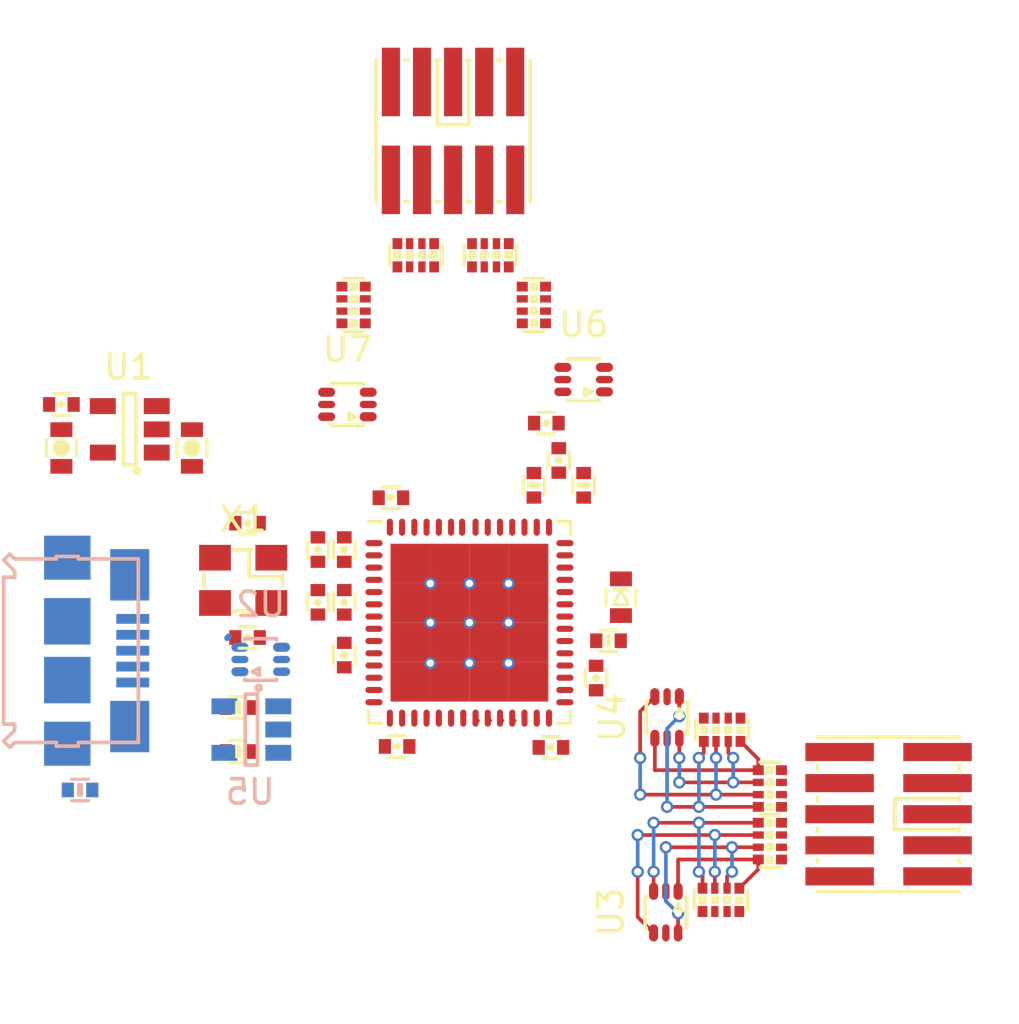
<source format=kicad_pcb>
(kicad_pcb (version 4) (host pcbnew 4.0.6)

  (general
    (links 176)
    (no_connects 160)
    (area 140.096877 42.835 169.956476 91.183989)
    (thickness 1.6)
    (drawings 0)
    (tracks 86)
    (zones 0)
    (modules 43)
    (nets 66)
  )

  (page A4)
  (layers
    (0 F.Cu signal)
    (31 B.Cu signal)
    (32 B.Adhes user hide)
    (33 F.Adhes user hide)
    (34 B.Paste user hide)
    (35 F.Paste user hide)
    (36 B.SilkS user)
    (37 F.SilkS user)
    (38 B.Mask user)
    (39 F.Mask user)
    (40 Dwgs.User user)
    (41 Cmts.User user)
    (42 Eco1.User user hide)
    (43 Eco2.User user hide)
    (44 Edge.Cuts user)
    (45 Margin user)
    (46 B.CrtYd user hide)
    (47 F.CrtYd user hide)
    (48 B.Fab user hide)
    (49 F.Fab user)
  )

  (setup
    (last_trace_width 0.15)
    (trace_clearance 0.15)
    (zone_clearance 0.508)
    (zone_45_only no)
    (trace_min 0.15)
    (segment_width 0.2)
    (edge_width 0.1)
    (via_size 0.5)
    (via_drill 0.3)
    (via_min_size 0.4)
    (via_min_drill 0.3)
    (uvia_size 0.3)
    (uvia_drill 0.1)
    (uvias_allowed no)
    (uvia_min_size 0.2)
    (uvia_min_drill 0.1)
    (pcb_text_width 0.3)
    (pcb_text_size 1.5 1.5)
    (mod_edge_width 0.15)
    (mod_text_size 1 1)
    (mod_text_width 0.15)
    (pad_size 1.5 1.5)
    (pad_drill 0.6)
    (pad_to_mask_clearance 0)
    (aux_axis_origin 0 0)
    (visible_elements FFFFFF1F)
    (pcbplotparams
      (layerselection 0x00030_80000001)
      (usegerberextensions false)
      (excludeedgelayer true)
      (linewidth 0.100000)
      (plotframeref false)
      (viasonmask false)
      (mode 1)
      (useauxorigin false)
      (hpglpennumber 1)
      (hpglpenspeed 20)
      (hpglpendiameter 15)
      (hpglpenoverlay 2)
      (psnegative false)
      (psa4output false)
      (plotreference true)
      (plotvalue true)
      (plotinvisibletext false)
      (padsonsilk false)
      (subtractmaskfromsilk false)
      (outputformat 1)
      (mirror false)
      (drillshape 1)
      (scaleselection 1)
      (outputdirectory ""))
  )

  (net 0 "")
  (net 1 +3V3)
  (net 2 GND)
  (net 3 +5V)
  (net 4 "Net-(C12-Pad1)")
  (net 5 /XTALOUT)
  (net 6 /XTALIN)
  (net 7 "Net-(D1-PadA)")
  (net 8 "Net-(IC1-Pad1)")
  (net 9 "Net-(IC1-Pad2)")
  (net 10 /USBD_P)
  (net 11 /USBD_N)
  (net 12 "Net-(IC1-Pad13)")
  (net 13 /SCL)
  (net 14 /SDA)
  (net 15 /PB0)
  (net 16 /PB1)
  (net 17 /PB2)
  (net 18 /PB5)
  (net 19 /PB6)
  (net 20 /PB7)
  (net 21 "Net-(IC1-Pad29)")
  (net 22 "Net-(IC1-Pad30)")
  (net 23 "Net-(IC1-Pad31)")
  (net 24 "Net-(IC1-Pad34)")
  (net 25 "Net-(IC1-Pad35)")
  (net 26 "Net-(IC1-Pad36)")
  (net 27 "Net-(IC1-Pad37)")
  (net 28 "Net-(IC1-Pad38)")
  (net 29 "Net-(IC1-Pad39)")
  (net 30 "Net-(IC1-Pad40)")
  (net 31 /~RESET)
  (net 32 /WAKEUP)
  (net 33 /PD0)
  (net 34 /PD1)
  (net 35 /PD2)
  (net 36 /PD3)
  (net 37 /PD6)
  (net 38 /PD7)
  (net 39 "Net-(IC1-Pad54)")
  (net 40 /PD4)
  (net 41 /PD5)
  (net 42 /PB3)
  (net 43 /PB4)
  (net 44 /xPB0)
  (net 45 /xPB1)
  (net 46 /xPB2)
  (net 47 /xPB3)
  (net 48 /xPB4)
  (net 49 /xPB5)
  (net 50 /xPB6)
  (net 51 /xPB7)
  (net 52 /xPD0)
  (net 53 /xPD1)
  (net 54 /xPD2)
  (net 55 /xPD3)
  (net 56 /xPD4)
  (net 57 /xPD5)
  (net 58 /xPD6)
  (net 59 /xPD7)
  (net 60 /shield)
  (net 61 /xUSBD_N)
  (net 62 /xUSBD_P)
  (net 63 "Net-(P1-Pad4)")
  (net 64 "Net-(U5-Pad4)")
  (net 65 "Net-(IC1-Pad33)")

  (net_class Default "This is the default net class."
    (clearance 0.15)
    (trace_width 0.15)
    (via_dia 0.5)
    (via_drill 0.3)
    (uvia_dia 0.3)
    (uvia_drill 0.1)
    (add_net +3V3)
    (add_net +5V)
    (add_net /PB0)
    (add_net /PB1)
    (add_net /PB2)
    (add_net /PB3)
    (add_net /PB4)
    (add_net /PB5)
    (add_net /PB6)
    (add_net /PB7)
    (add_net /PD0)
    (add_net /PD1)
    (add_net /PD2)
    (add_net /PD3)
    (add_net /PD4)
    (add_net /PD5)
    (add_net /PD6)
    (add_net /PD7)
    (add_net /SCL)
    (add_net /SDA)
    (add_net /USBD_N)
    (add_net /USBD_P)
    (add_net /WAKEUP)
    (add_net /XTALIN)
    (add_net /XTALOUT)
    (add_net /shield)
    (add_net /xPB0)
    (add_net /xPB1)
    (add_net /xPB2)
    (add_net /xPB3)
    (add_net /xPB4)
    (add_net /xPB5)
    (add_net /xPB6)
    (add_net /xPB7)
    (add_net /xPD0)
    (add_net /xPD1)
    (add_net /xPD2)
    (add_net /xPD3)
    (add_net /xPD4)
    (add_net /xPD5)
    (add_net /xPD6)
    (add_net /xPD7)
    (add_net /xUSBD_N)
    (add_net /xUSBD_P)
    (add_net /~RESET)
    (add_net GND)
    (add_net "Net-(C12-Pad1)")
    (add_net "Net-(D1-PadA)")
    (add_net "Net-(IC1-Pad1)")
    (add_net "Net-(IC1-Pad13)")
    (add_net "Net-(IC1-Pad2)")
    (add_net "Net-(IC1-Pad29)")
    (add_net "Net-(IC1-Pad30)")
    (add_net "Net-(IC1-Pad31)")
    (add_net "Net-(IC1-Pad33)")
    (add_net "Net-(IC1-Pad34)")
    (add_net "Net-(IC1-Pad35)")
    (add_net "Net-(IC1-Pad36)")
    (add_net "Net-(IC1-Pad37)")
    (add_net "Net-(IC1-Pad38)")
    (add_net "Net-(IC1-Pad39)")
    (add_net "Net-(IC1-Pad40)")
    (add_net "Net-(IC1-Pad54)")
    (add_net "Net-(P1-Pad4)")
    (add_net "Net-(U5-Pad4)")
  )

  (module pkl_dipol:C_0402 (layer F.Cu) (tedit 552C58AA) (tstamp 59D41740)
    (at 156.337 69.674133 90)
    (descr "Capacitor SMD 0402, reflow soldering")
    (tags "capacitor 0402")
    (path /59BCD014)
    (attr smd)
    (fp_text reference C1 (at 0 -1.1 90) (layer F.Fab)
      (effects (font (size 0.635 0.635) (thickness 0.1)))
    )
    (fp_text value 100n (at 0 1.2 90) (layer F.Fab)
      (effects (font (size 0.635 0.635) (thickness 0.1)))
    )
    (fp_circle (center 0 0) (end 0 -0.085) (layer F.SilkS) (width 0.17))
    (fp_line (start -0.95 -0.5) (end 0.95 -0.5) (layer F.CrtYd) (width 0.05))
    (fp_line (start -0.95 0.5) (end 0.95 0.5) (layer F.CrtYd) (width 0.05))
    (fp_line (start -0.95 -0.5) (end -0.95 0.5) (layer F.CrtYd) (width 0.05))
    (fp_line (start 0.95 -0.5) (end 0.95 0.5) (layer F.CrtYd) (width 0.05))
    (fp_line (start -0.35 -0.44) (end 0.35 -0.44) (layer F.SilkS) (width 0.13))
    (fp_line (start 0.35 0.44) (end -0.35 0.44) (layer F.SilkS) (width 0.13))
    (pad 1 smd rect (at -0.5 0 90) (size 0.5 0.6) (layers F.Cu F.Paste F.Mask)
      (net 1 +3V3))
    (pad 2 smd rect (at 0.5 0 90) (size 0.5 0.6) (layers F.Cu F.Paste F.Mask)
      (net 2 GND))
    (model Capacitors_SMD.3dshapes/C_0402.wrl
      (at (xyz 0 0 0))
      (scale (xyz 1 1 1))
      (rotate (xyz 0 0 0))
    )
  )

  (module pkl_dipol:C_0402 (layer F.Cu) (tedit 552C58AA) (tstamp 59D4174D)
    (at 158.496 73.406 180)
    (descr "Capacitor SMD 0402, reflow soldering")
    (tags "capacitor 0402")
    (path /59BCD4ED)
    (attr smd)
    (fp_text reference C2 (at 0 -1.1 180) (layer F.Fab)
      (effects (font (size 0.635 0.635) (thickness 0.1)))
    )
    (fp_text value 100n (at 0 1.2 180) (layer F.Fab)
      (effects (font (size 0.635 0.635) (thickness 0.1)))
    )
    (fp_circle (center 0 0) (end 0 -0.085) (layer F.SilkS) (width 0.17))
    (fp_line (start -0.95 -0.5) (end 0.95 -0.5) (layer F.CrtYd) (width 0.05))
    (fp_line (start -0.95 0.5) (end 0.95 0.5) (layer F.CrtYd) (width 0.05))
    (fp_line (start -0.95 -0.5) (end -0.95 0.5) (layer F.CrtYd) (width 0.05))
    (fp_line (start 0.95 -0.5) (end 0.95 0.5) (layer F.CrtYd) (width 0.05))
    (fp_line (start -0.35 -0.44) (end 0.35 -0.44) (layer F.SilkS) (width 0.13))
    (fp_line (start 0.35 0.44) (end -0.35 0.44) (layer F.SilkS) (width 0.13))
    (pad 1 smd rect (at -0.5 0 180) (size 0.5 0.6) (layers F.Cu F.Paste F.Mask)
      (net 1 +3V3))
    (pad 2 smd rect (at 0.5 0 180) (size 0.5 0.6) (layers F.Cu F.Paste F.Mask)
      (net 2 GND))
    (model Capacitors_SMD.3dshapes/C_0402.wrl
      (at (xyz 0 0 0))
      (scale (xyz 1 1 1))
      (rotate (xyz 0 0 0))
    )
  )

  (module pkl_dipol:C_0402 (layer F.Cu) (tedit 552C58AA) (tstamp 59D4175A)
    (at 164.778441 73.445841)
    (descr "Capacitor SMD 0402, reflow soldering")
    (tags "capacitor 0402")
    (path /59BCD52C)
    (attr smd)
    (fp_text reference C3 (at 0 -1.1) (layer F.Fab)
      (effects (font (size 0.635 0.635) (thickness 0.1)))
    )
    (fp_text value 100n (at 0 1.2) (layer F.Fab)
      (effects (font (size 0.635 0.635) (thickness 0.1)))
    )
    (fp_circle (center 0 0) (end 0 -0.085) (layer F.SilkS) (width 0.17))
    (fp_line (start -0.95 -0.5) (end 0.95 -0.5) (layer F.CrtYd) (width 0.05))
    (fp_line (start -0.95 0.5) (end 0.95 0.5) (layer F.CrtYd) (width 0.05))
    (fp_line (start -0.95 -0.5) (end -0.95 0.5) (layer F.CrtYd) (width 0.05))
    (fp_line (start 0.95 -0.5) (end 0.95 0.5) (layer F.CrtYd) (width 0.05))
    (fp_line (start -0.35 -0.44) (end 0.35 -0.44) (layer F.SilkS) (width 0.13))
    (fp_line (start 0.35 0.44) (end -0.35 0.44) (layer F.SilkS) (width 0.13))
    (pad 1 smd rect (at -0.5 0) (size 0.5 0.6) (layers F.Cu F.Paste F.Mask)
      (net 1 +3V3))
    (pad 2 smd rect (at 0.5 0) (size 0.5 0.6) (layers F.Cu F.Paste F.Mask)
      (net 2 GND))
    (model Capacitors_SMD.3dshapes/C_0402.wrl
      (at (xyz 0 0 0))
      (scale (xyz 1 1 1))
      (rotate (xyz 0 0 0))
    )
  )

  (module pkl_dipol:C_0402 (layer F.Cu) (tedit 552C58AA) (tstamp 59D41767)
    (at 166.624 70.612 270)
    (descr "Capacitor SMD 0402, reflow soldering")
    (tags "capacitor 0402")
    (path /59BCD572)
    (attr smd)
    (fp_text reference C4 (at 0 -1.1 270) (layer F.Fab)
      (effects (font (size 0.635 0.635) (thickness 0.1)))
    )
    (fp_text value 100n (at 0 1.2 270) (layer F.Fab)
      (effects (font (size 0.635 0.635) (thickness 0.1)))
    )
    (fp_circle (center 0 0) (end 0 -0.085) (layer F.SilkS) (width 0.17))
    (fp_line (start -0.95 -0.5) (end 0.95 -0.5) (layer F.CrtYd) (width 0.05))
    (fp_line (start -0.95 0.5) (end 0.95 0.5) (layer F.CrtYd) (width 0.05))
    (fp_line (start -0.95 -0.5) (end -0.95 0.5) (layer F.CrtYd) (width 0.05))
    (fp_line (start 0.95 -0.5) (end 0.95 0.5) (layer F.CrtYd) (width 0.05))
    (fp_line (start -0.35 -0.44) (end 0.35 -0.44) (layer F.SilkS) (width 0.13))
    (fp_line (start 0.35 0.44) (end -0.35 0.44) (layer F.SilkS) (width 0.13))
    (pad 1 smd rect (at -0.5 0 270) (size 0.5 0.6) (layers F.Cu F.Paste F.Mask)
      (net 1 +3V3))
    (pad 2 smd rect (at 0.5 0 270) (size 0.5 0.6) (layers F.Cu F.Paste F.Mask)
      (net 2 GND))
    (model Capacitors_SMD.3dshapes/C_0402.wrl
      (at (xyz 0 0 0))
      (scale (xyz 1 1 1))
      (rotate (xyz 0 0 0))
    )
  )

  (module pkl_dipol:C_0402 (layer F.Cu) (tedit 552C58AA) (tstamp 59D41774)
    (at 165.1 61.722 90)
    (descr "Capacitor SMD 0402, reflow soldering")
    (tags "capacitor 0402")
    (path /59BCD5BB)
    (attr smd)
    (fp_text reference C5 (at 0 -1.1 90) (layer F.Fab)
      (effects (font (size 0.635 0.635) (thickness 0.1)))
    )
    (fp_text value 100n (at 0 1.2 90) (layer F.Fab)
      (effects (font (size 0.635 0.635) (thickness 0.1)))
    )
    (fp_circle (center 0 0) (end 0 -0.085) (layer F.SilkS) (width 0.17))
    (fp_line (start -0.95 -0.5) (end 0.95 -0.5) (layer F.CrtYd) (width 0.05))
    (fp_line (start -0.95 0.5) (end 0.95 0.5) (layer F.CrtYd) (width 0.05))
    (fp_line (start -0.95 -0.5) (end -0.95 0.5) (layer F.CrtYd) (width 0.05))
    (fp_line (start 0.95 -0.5) (end 0.95 0.5) (layer F.CrtYd) (width 0.05))
    (fp_line (start -0.35 -0.44) (end 0.35 -0.44) (layer F.SilkS) (width 0.13))
    (fp_line (start 0.35 0.44) (end -0.35 0.44) (layer F.SilkS) (width 0.13))
    (pad 1 smd rect (at -0.5 0 90) (size 0.5 0.6) (layers F.Cu F.Paste F.Mask)
      (net 1 +3V3))
    (pad 2 smd rect (at 0.5 0 90) (size 0.5 0.6) (layers F.Cu F.Paste F.Mask)
      (net 2 GND))
    (model Capacitors_SMD.3dshapes/C_0402.wrl
      (at (xyz 0 0 0))
      (scale (xyz 1 1 1))
      (rotate (xyz 0 0 0))
    )
  )

  (module pkl_dipol:C_0402 (layer F.Cu) (tedit 552C58AA) (tstamp 59D41781)
    (at 158.242 63.246 180)
    (descr "Capacitor SMD 0402, reflow soldering")
    (tags "capacitor 0402")
    (path /59BCD603)
    (attr smd)
    (fp_text reference C6 (at 0 -1.1 180) (layer F.Fab)
      (effects (font (size 0.635 0.635) (thickness 0.1)))
    )
    (fp_text value 100n (at 0 1.2 180) (layer F.Fab)
      (effects (font (size 0.635 0.635) (thickness 0.1)))
    )
    (fp_circle (center 0 0) (end 0 -0.085) (layer F.SilkS) (width 0.17))
    (fp_line (start -0.95 -0.5) (end 0.95 -0.5) (layer F.CrtYd) (width 0.05))
    (fp_line (start -0.95 0.5) (end 0.95 0.5) (layer F.CrtYd) (width 0.05))
    (fp_line (start -0.95 -0.5) (end -0.95 0.5) (layer F.CrtYd) (width 0.05))
    (fp_line (start 0.95 -0.5) (end 0.95 0.5) (layer F.CrtYd) (width 0.05))
    (fp_line (start -0.35 -0.44) (end 0.35 -0.44) (layer F.SilkS) (width 0.13))
    (fp_line (start 0.35 0.44) (end -0.35 0.44) (layer F.SilkS) (width 0.13))
    (pad 1 smd rect (at -0.5 0 180) (size 0.5 0.6) (layers F.Cu F.Paste F.Mask)
      (net 1 +3V3))
    (pad 2 smd rect (at 0.5 0 180) (size 0.5 0.6) (layers F.Cu F.Paste F.Mask)
      (net 2 GND))
    (model Capacitors_SMD.3dshapes/C_0402.wrl
      (at (xyz 0 0 0))
      (scale (xyz 1 1 1))
      (rotate (xyz 0 0 0))
    )
  )

  (module pkl_dipol:C_0402 (layer F.Cu) (tedit 552C58AA) (tstamp 59D4178E)
    (at 156.337 65.36361 90)
    (descr "Capacitor SMD 0402, reflow soldering")
    (tags "capacitor 0402")
    (path /59BCE337)
    (attr smd)
    (fp_text reference C7 (at 0 -1.1 90) (layer F.Fab)
      (effects (font (size 0.635 0.635) (thickness 0.1)))
    )
    (fp_text value 2u2 (at 0 1.2 90) (layer F.Fab)
      (effects (font (size 0.635 0.635) (thickness 0.1)))
    )
    (fp_circle (center 0 0) (end 0 -0.085) (layer F.SilkS) (width 0.17))
    (fp_line (start -0.95 -0.5) (end 0.95 -0.5) (layer F.CrtYd) (width 0.05))
    (fp_line (start -0.95 0.5) (end 0.95 0.5) (layer F.CrtYd) (width 0.05))
    (fp_line (start -0.95 -0.5) (end -0.95 0.5) (layer F.CrtYd) (width 0.05))
    (fp_line (start 0.95 -0.5) (end 0.95 0.5) (layer F.CrtYd) (width 0.05))
    (fp_line (start -0.35 -0.44) (end 0.35 -0.44) (layer F.SilkS) (width 0.13))
    (fp_line (start 0.35 0.44) (end -0.35 0.44) (layer F.SilkS) (width 0.13))
    (pad 1 smd rect (at -0.5 0 90) (size 0.5 0.6) (layers F.Cu F.Paste F.Mask)
      (net 1 +3V3))
    (pad 2 smd rect (at 0.5 0 90) (size 0.5 0.6) (layers F.Cu F.Paste F.Mask)
      (net 2 GND))
    (model Capacitors_SMD.3dshapes/C_0402.wrl
      (at (xyz 0 0 0))
      (scale (xyz 1 1 1))
      (rotate (xyz 0 0 0))
    )
  )

  (module pkl_dipol:C_0402 (layer F.Cu) (tedit 552C58AA) (tstamp 59D4179B)
    (at 156.337 67.518872 90)
    (descr "Capacitor SMD 0402, reflow soldering")
    (tags "capacitor 0402")
    (path /59BCE2D7)
    (attr smd)
    (fp_text reference C8 (at 0 -1.1 90) (layer F.Fab)
      (effects (font (size 0.635 0.635) (thickness 0.1)))
    )
    (fp_text value 2u2 (at 0 1.2 90) (layer F.Fab)
      (effects (font (size 0.635 0.635) (thickness 0.1)))
    )
    (fp_circle (center 0 0) (end 0 -0.085) (layer F.SilkS) (width 0.17))
    (fp_line (start -0.95 -0.5) (end 0.95 -0.5) (layer F.CrtYd) (width 0.05))
    (fp_line (start -0.95 0.5) (end 0.95 0.5) (layer F.CrtYd) (width 0.05))
    (fp_line (start -0.95 -0.5) (end -0.95 0.5) (layer F.CrtYd) (width 0.05))
    (fp_line (start 0.95 -0.5) (end 0.95 0.5) (layer F.CrtYd) (width 0.05))
    (fp_line (start -0.35 -0.44) (end 0.35 -0.44) (layer F.SilkS) (width 0.13))
    (fp_line (start 0.35 0.44) (end -0.35 0.44) (layer F.SilkS) (width 0.13))
    (pad 1 smd rect (at -0.5 0 90) (size 0.5 0.6) (layers F.Cu F.Paste F.Mask)
      (net 1 +3V3))
    (pad 2 smd rect (at 0.5 0 90) (size 0.5 0.6) (layers F.Cu F.Paste F.Mask)
      (net 2 GND))
    (model Capacitors_SMD.3dshapes/C_0402.wrl
      (at (xyz 0 0 0))
      (scale (xyz 1 1 1))
      (rotate (xyz 0 0 0))
    )
  )

  (module pkl_dipol:C_0402 (layer F.Cu) (tedit 552C58AA) (tstamp 59D417A8)
    (at 155.259369 65.36361 90)
    (descr "Capacitor SMD 0402, reflow soldering")
    (tags "capacitor 0402")
    (path /59BCE21C)
    (attr smd)
    (fp_text reference C9 (at 0 -1.1 90) (layer F.Fab)
      (effects (font (size 0.635 0.635) (thickness 0.1)))
    )
    (fp_text value 100n (at 0 1.2 90) (layer F.Fab)
      (effects (font (size 0.635 0.635) (thickness 0.1)))
    )
    (fp_circle (center 0 0) (end 0 -0.085) (layer F.SilkS) (width 0.17))
    (fp_line (start -0.95 -0.5) (end 0.95 -0.5) (layer F.CrtYd) (width 0.05))
    (fp_line (start -0.95 0.5) (end 0.95 0.5) (layer F.CrtYd) (width 0.05))
    (fp_line (start -0.95 -0.5) (end -0.95 0.5) (layer F.CrtYd) (width 0.05))
    (fp_line (start 0.95 -0.5) (end 0.95 0.5) (layer F.CrtYd) (width 0.05))
    (fp_line (start -0.35 -0.44) (end 0.35 -0.44) (layer F.SilkS) (width 0.13))
    (fp_line (start 0.35 0.44) (end -0.35 0.44) (layer F.SilkS) (width 0.13))
    (pad 1 smd rect (at -0.5 0 90) (size 0.5 0.6) (layers F.Cu F.Paste F.Mask)
      (net 1 +3V3))
    (pad 2 smd rect (at 0.5 0 90) (size 0.5 0.6) (layers F.Cu F.Paste F.Mask)
      (net 2 GND))
    (model Capacitors_SMD.3dshapes/C_0402.wrl
      (at (xyz 0 0 0))
      (scale (xyz 1 1 1))
      (rotate (xyz 0 0 0))
    )
  )

  (module pkl_dipol:C_0402 (layer F.Cu) (tedit 552C58AA) (tstamp 59D417B5)
    (at 155.259369 67.518872 90)
    (descr "Capacitor SMD 0402, reflow soldering")
    (tags "capacitor 0402")
    (path /59BCE282)
    (attr smd)
    (fp_text reference C10 (at 0 -1.1 90) (layer F.Fab)
      (effects (font (size 0.635 0.635) (thickness 0.1)))
    )
    (fp_text value 100n (at 0 1.2 90) (layer F.Fab)
      (effects (font (size 0.635 0.635) (thickness 0.1)))
    )
    (fp_circle (center 0 0) (end 0 -0.085) (layer F.SilkS) (width 0.17))
    (fp_line (start -0.95 -0.5) (end 0.95 -0.5) (layer F.CrtYd) (width 0.05))
    (fp_line (start -0.95 0.5) (end 0.95 0.5) (layer F.CrtYd) (width 0.05))
    (fp_line (start -0.95 -0.5) (end -0.95 0.5) (layer F.CrtYd) (width 0.05))
    (fp_line (start 0.95 -0.5) (end 0.95 0.5) (layer F.CrtYd) (width 0.05))
    (fp_line (start -0.35 -0.44) (end 0.35 -0.44) (layer F.SilkS) (width 0.13))
    (fp_line (start 0.35 0.44) (end -0.35 0.44) (layer F.SilkS) (width 0.13))
    (pad 1 smd rect (at -0.5 0 90) (size 0.5 0.6) (layers F.Cu F.Paste F.Mask)
      (net 1 +3V3))
    (pad 2 smd rect (at 0.5 0 90) (size 0.5 0.6) (layers F.Cu F.Paste F.Mask)
      (net 2 GND))
    (model Capacitors_SMD.3dshapes/C_0402.wrl
      (at (xyz 0 0 0))
      (scale (xyz 1 1 1))
      (rotate (xyz 0 0 0))
    )
  )

  (module pkl_dipol:C_0603 (layer F.Cu) (tedit 552C8666) (tstamp 59D417C2)
    (at 150.114 61.214 90)
    (descr "Capacitor SMD 0603, reflow soldering")
    (tags "capacitor 0603")
    (path /59BCB8FF)
    (attr smd)
    (fp_text reference C11 (at 0 -1.1 90) (layer F.Fab)
      (effects (font (size 0.635 0.635) (thickness 0.1)))
    )
    (fp_text value 4u7 (at 0 1.2 90) (layer F.Fab)
      (effects (font (size 0.635 0.635) (thickness 0.1)))
    )
    (fp_circle (center 0 0) (end 0 -0.18) (layer F.SilkS) (width 0.36))
    (fp_line (start -1.175 -0.725) (end 1.175 -0.725) (layer F.CrtYd) (width 0.05))
    (fp_line (start -1.175 0.725) (end 1.175 0.725) (layer F.CrtYd) (width 0.05))
    (fp_line (start -1.175 -0.725) (end -1.175 0.725) (layer F.CrtYd) (width 0.05))
    (fp_line (start 1.175 -0.725) (end 1.175 0.725) (layer F.CrtYd) (width 0.05))
    (fp_line (start -0.35 -0.61) (end 0.35 -0.61) (layer F.SilkS) (width 0.13))
    (fp_line (start 0.35 0.61) (end -0.35 0.61) (layer F.SilkS) (width 0.13))
    (pad 1 smd rect (at -0.75 0 90) (size 0.6 0.9) (layers F.Cu F.Paste F.Mask)
      (net 3 +5V))
    (pad 2 smd rect (at 0.75 0 90) (size 0.6 0.9) (layers F.Cu F.Paste F.Mask)
      (net 2 GND))
    (model Capacitors_SMD.3dshapes/C_0603.wrl
      (at (xyz 0 0 0))
      (scale (xyz 1 1 1))
      (rotate (xyz 0 0 0))
    )
  )

  (module pkl_dipol:C_0402 (layer F.Cu) (tedit 552C58AA) (tstamp 59D417CF)
    (at 144.78 59.436 180)
    (descr "Capacitor SMD 0402, reflow soldering")
    (tags "capacitor 0402")
    (path /59BCBABD)
    (attr smd)
    (fp_text reference C12 (at 0 -1.1 180) (layer F.Fab)
      (effects (font (size 0.635 0.635) (thickness 0.1)))
    )
    (fp_text value 10n (at 0 1.2 180) (layer F.Fab)
      (effects (font (size 0.635 0.635) (thickness 0.1)))
    )
    (fp_circle (center 0 0) (end 0 -0.085) (layer F.SilkS) (width 0.17))
    (fp_line (start -0.95 -0.5) (end 0.95 -0.5) (layer F.CrtYd) (width 0.05))
    (fp_line (start -0.95 0.5) (end 0.95 0.5) (layer F.CrtYd) (width 0.05))
    (fp_line (start -0.95 -0.5) (end -0.95 0.5) (layer F.CrtYd) (width 0.05))
    (fp_line (start 0.95 -0.5) (end 0.95 0.5) (layer F.CrtYd) (width 0.05))
    (fp_line (start -0.35 -0.44) (end 0.35 -0.44) (layer F.SilkS) (width 0.13))
    (fp_line (start 0.35 0.44) (end -0.35 0.44) (layer F.SilkS) (width 0.13))
    (pad 1 smd rect (at -0.5 0 180) (size 0.5 0.6) (layers F.Cu F.Paste F.Mask)
      (net 4 "Net-(C12-Pad1)"))
    (pad 2 smd rect (at 0.5 0 180) (size 0.5 0.6) (layers F.Cu F.Paste F.Mask)
      (net 2 GND))
    (model Capacitors_SMD.3dshapes/C_0402.wrl
      (at (xyz 0 0 0))
      (scale (xyz 1 1 1))
      (rotate (xyz 0 0 0))
    )
  )

  (module pkl_dipol:C_0603 (layer F.Cu) (tedit 552C8666) (tstamp 59D417DC)
    (at 144.78 61.214 90)
    (descr "Capacitor SMD 0603, reflow soldering")
    (tags "capacitor 0603")
    (path /59BCBE9F)
    (attr smd)
    (fp_text reference C13 (at 0 -1.1 90) (layer F.Fab)
      (effects (font (size 0.635 0.635) (thickness 0.1)))
    )
    (fp_text value 4u7 (at 0 1.2 90) (layer F.Fab)
      (effects (font (size 0.635 0.635) (thickness 0.1)))
    )
    (fp_circle (center 0 0) (end 0 -0.18) (layer F.SilkS) (width 0.36))
    (fp_line (start -1.175 -0.725) (end 1.175 -0.725) (layer F.CrtYd) (width 0.05))
    (fp_line (start -1.175 0.725) (end 1.175 0.725) (layer F.CrtYd) (width 0.05))
    (fp_line (start -1.175 -0.725) (end -1.175 0.725) (layer F.CrtYd) (width 0.05))
    (fp_line (start 1.175 -0.725) (end 1.175 0.725) (layer F.CrtYd) (width 0.05))
    (fp_line (start -0.35 -0.61) (end 0.35 -0.61) (layer F.SilkS) (width 0.13))
    (fp_line (start 0.35 0.61) (end -0.35 0.61) (layer F.SilkS) (width 0.13))
    (pad 1 smd rect (at -0.75 0 90) (size 0.6 0.9) (layers F.Cu F.Paste F.Mask)
      (net 1 +3V3))
    (pad 2 smd rect (at 0.75 0 90) (size 0.6 0.9) (layers F.Cu F.Paste F.Mask)
      (net 2 GND))
    (model Capacitors_SMD.3dshapes/C_0603.wrl
      (at (xyz 0 0 0))
      (scale (xyz 1 1 1))
      (rotate (xyz 0 0 0))
    )
  )

  (module pkl_dipol:C_0402 (layer F.Cu) (tedit 552C58AA) (tstamp 59D417E9)
    (at 164.592 60.198)
    (descr "Capacitor SMD 0402, reflow soldering")
    (tags "capacitor 0402")
    (path /59BC74C6)
    (attr smd)
    (fp_text reference C14 (at 0 -1.1) (layer F.Fab)
      (effects (font (size 0.635 0.635) (thickness 0.1)))
    )
    (fp_text value 1u (at 0 1.2) (layer F.Fab)
      (effects (font (size 0.635 0.635) (thickness 0.1)))
    )
    (fp_circle (center 0 0) (end 0 -0.085) (layer F.SilkS) (width 0.17))
    (fp_line (start -0.95 -0.5) (end 0.95 -0.5) (layer F.CrtYd) (width 0.05))
    (fp_line (start -0.95 0.5) (end 0.95 0.5) (layer F.CrtYd) (width 0.05))
    (fp_line (start -0.95 -0.5) (end -0.95 0.5) (layer F.CrtYd) (width 0.05))
    (fp_line (start 0.95 -0.5) (end 0.95 0.5) (layer F.CrtYd) (width 0.05))
    (fp_line (start -0.35 -0.44) (end 0.35 -0.44) (layer F.SilkS) (width 0.13))
    (fp_line (start 0.35 0.44) (end -0.35 0.44) (layer F.SilkS) (width 0.13))
    (pad 1 smd rect (at -0.5 0) (size 0.5 0.6) (layers F.Cu F.Paste F.Mask)
      (net 1 +3V3))
    (pad 2 smd rect (at 0.5 0) (size 0.5 0.6) (layers F.Cu F.Paste F.Mask)
      (net 2 GND))
    (model Capacitors_SMD.3dshapes/C_0402.wrl
      (at (xyz 0 0 0))
      (scale (xyz 1 1 1))
      (rotate (xyz 0 0 0))
    )
  )

  (module pkl_dipol:C_0402 (layer F.Cu) (tedit 552C58AA) (tstamp 59D417F6)
    (at 152.385687 64.28598 180)
    (descr "Capacitor SMD 0402, reflow soldering")
    (tags "capacitor 0402")
    (path /59BCFFAD)
    (attr smd)
    (fp_text reference C15 (at 0 -1.1 180) (layer F.Fab)
      (effects (font (size 0.635 0.635) (thickness 0.1)))
    )
    (fp_text value 12p (at 0 1.2 180) (layer F.Fab)
      (effects (font (size 0.635 0.635) (thickness 0.1)))
    )
    (fp_circle (center 0 0) (end 0 -0.085) (layer F.SilkS) (width 0.17))
    (fp_line (start -0.95 -0.5) (end 0.95 -0.5) (layer F.CrtYd) (width 0.05))
    (fp_line (start -0.95 0.5) (end 0.95 0.5) (layer F.CrtYd) (width 0.05))
    (fp_line (start -0.95 -0.5) (end -0.95 0.5) (layer F.CrtYd) (width 0.05))
    (fp_line (start 0.95 -0.5) (end 0.95 0.5) (layer F.CrtYd) (width 0.05))
    (fp_line (start -0.35 -0.44) (end 0.35 -0.44) (layer F.SilkS) (width 0.13))
    (fp_line (start 0.35 0.44) (end -0.35 0.44) (layer F.SilkS) (width 0.13))
    (pad 1 smd rect (at -0.5 0 180) (size 0.5 0.6) (layers F.Cu F.Paste F.Mask)
      (net 5 /XTALOUT))
    (pad 2 smd rect (at 0.5 0 180) (size 0.5 0.6) (layers F.Cu F.Paste F.Mask)
      (net 2 GND))
    (model Capacitors_SMD.3dshapes/C_0402.wrl
      (at (xyz 0 0 0))
      (scale (xyz 1 1 1))
      (rotate (xyz 0 0 0))
    )
  )

  (module pkl_dipol:C_0402 (layer F.Cu) (tedit 552C58AA) (tstamp 59D41803)
    (at 152.385687 68.955713)
    (descr "Capacitor SMD 0402, reflow soldering")
    (tags "capacitor 0402")
    (path /59BCFF16)
    (attr smd)
    (fp_text reference C16 (at 0 -1.1) (layer F.Fab)
      (effects (font (size 0.635 0.635) (thickness 0.1)))
    )
    (fp_text value 12p (at 0 1.2) (layer F.Fab)
      (effects (font (size 0.635 0.635) (thickness 0.1)))
    )
    (fp_circle (center 0 0) (end 0 -0.085) (layer F.SilkS) (width 0.17))
    (fp_line (start -0.95 -0.5) (end 0.95 -0.5) (layer F.CrtYd) (width 0.05))
    (fp_line (start -0.95 0.5) (end 0.95 0.5) (layer F.CrtYd) (width 0.05))
    (fp_line (start -0.95 -0.5) (end -0.95 0.5) (layer F.CrtYd) (width 0.05))
    (fp_line (start 0.95 -0.5) (end 0.95 0.5) (layer F.CrtYd) (width 0.05))
    (fp_line (start -0.35 -0.44) (end 0.35 -0.44) (layer F.SilkS) (width 0.13))
    (fp_line (start 0.35 0.44) (end -0.35 0.44) (layer F.SilkS) (width 0.13))
    (pad 1 smd rect (at -0.5 0) (size 0.5 0.6) (layers F.Cu F.Paste F.Mask)
      (net 6 /XTALIN))
    (pad 2 smd rect (at 0.5 0) (size 0.5 0.6) (layers F.Cu F.Paste F.Mask)
      (net 2 GND))
    (model Capacitors_SMD.3dshapes/C_0402.wrl
      (at (xyz 0 0 0))
      (scale (xyz 1 1 1))
      (rotate (xyz 0 0 0))
    )
  )

  (module pkl_dipol:D_0603 (layer F.Cu) (tedit 5568E1FC) (tstamp 59D41813)
    (at 167.64 67.31 270)
    (descr "Diode SMD 0603, reflow soldering")
    (tags "diode led 0603")
    (path /59BC9087)
    (attr smd)
    (fp_text reference D1 (at 0 -1.1 270) (layer F.Fab)
      (effects (font (size 0.635 0.635) (thickness 0.1)))
    )
    (fp_text value pkl_LED (at 0 1.2 270) (layer F.Fab)
      (effects (font (size 0.635 0.635) (thickness 0.1)))
    )
    (fp_line (start 0.3 0.3) (end -0.3 0) (layer F.SilkS) (width 0.13))
    (fp_line (start 0.3 -0.3) (end 0.3 0.3) (layer F.SilkS) (width 0.13))
    (fp_line (start -0.3 0) (end 0.3 -0.3) (layer F.SilkS) (width 0.13))
    (fp_line (start -0.3 -0.3) (end -0.3 0.3) (layer F.SilkS) (width 0.13))
    (fp_line (start 1.175 0.725) (end -1.175 0.725) (layer F.CrtYd) (width 0.05))
    (fp_line (start 1.175 -0.725) (end -1.175 -0.725) (layer F.CrtYd) (width 0.05))
    (fp_line (start 1.175 0.725) (end 1.175 -0.725) (layer F.CrtYd) (width 0.05))
    (fp_line (start -1.175 0.725) (end -1.175 -0.725) (layer F.CrtYd) (width 0.05))
    (fp_line (start 0.35 0.61) (end -0.35 0.61) (layer F.SilkS) (width 0.13))
    (fp_line (start -0.35 -0.61) (end 0.35 -0.61) (layer F.SilkS) (width 0.13))
    (pad A smd rect (at 0.75 0 90) (size 0.6 0.9) (layers F.Cu F.Paste F.Mask)
      (net 7 "Net-(D1-PadA)"))
    (pad C smd rect (at -0.75 0 90) (size 0.6 0.9) (layers F.Cu F.Paste F.Mask)
      (net 2 GND))
    (model Capacitors_SMD.3dshapes/C_0603.wrl
      (at (xyz 0 0 0))
      (scale (xyz 1 1 1))
      (rotate (xyz 0 0 0))
    )
  )

  (module pkl_housings_dfn_qfn:QFN-56-1EP_8x8mm_Pitch0.5mm (layer F.Cu) (tedit 59BA39DF) (tstamp 59D41878)
    (at 161.45 68.35)
    (descr "UKG Package; 56-Lead Plastic QFN (8mm x 8mm); (see Linear Technology QFN_52_05-08-1729.pdf)")
    (tags "QFN 0.5")
    (path /59BC7288)
    (attr smd)
    (fp_text reference IC1 (at 0 -5.25) (layer F.Fab)
      (effects (font (size 1 1) (thickness 0.15)))
    )
    (fp_text value CY7C68013A-56 (at 0 5.25) (layer F.Fab)
      (effects (font (size 1 1) (thickness 0.15)))
    )
    (fp_line (start -2.5 -4) (end 3.5 -4) (layer F.Fab) (width 0.15))
    (fp_line (start 4 -4) (end 4 4) (layer F.Fab) (width 0.15))
    (fp_line (start 3.5 4) (end -3.5 4) (layer F.Fab) (width 0.15))
    (fp_line (start -4 4) (end -4 -3) (layer F.Fab) (width 0.15))
    (fp_line (start -4 -3) (end -3 -4) (layer F.Fab) (width 0.15))
    (fp_line (start -4.5 -4.5) (end -4.5 4.5) (layer F.CrtYd) (width 0.05))
    (fp_line (start 4.5 -4.5) (end 4.5 4.5) (layer F.CrtYd) (width 0.05))
    (fp_line (start -4.5 -4.5) (end 4.5 -4.5) (layer F.CrtYd) (width 0.05))
    (fp_line (start -4.5 4.5) (end 4.5 4.5) (layer F.CrtYd) (width 0.05))
    (fp_line (start 4.125 -4.125) (end 4.125 -3.6) (layer F.SilkS) (width 0.15))
    (fp_line (start -4.125 4.125) (end -4.125 3.6) (layer F.SilkS) (width 0.15))
    (fp_line (start 4.125 4.125) (end 4.125 3.6) (layer F.SilkS) (width 0.15))
    (fp_line (start -4.125 -4.125) (end -3.6 -4.125) (layer F.SilkS) (width 0.15))
    (fp_line (start -4.125 4.125) (end -3.6 4.125) (layer F.SilkS) (width 0.15))
    (fp_line (start 4.125 4.125) (end 3.6 4.125) (layer F.SilkS) (width 0.15))
    (fp_line (start 4.125 -4.125) (end 3.6 -4.125) (layer F.SilkS) (width 0.15))
    (pad 1 smd oval (at -3.9 -3.25) (size 0.7 0.25) (layers F.Cu F.Paste F.Mask)
      (net 8 "Net-(IC1-Pad1)"))
    (pad 2 smd oval (at -3.9 -2.75) (size 0.7 0.25) (layers F.Cu F.Paste F.Mask)
      (net 9 "Net-(IC1-Pad2)"))
    (pad 3 smd oval (at -3.9 -2.25) (size 0.7 0.25) (layers F.Cu F.Paste F.Mask)
      (net 1 +3V3))
    (pad 4 smd oval (at -3.9 -1.75) (size 0.7 0.25) (layers F.Cu F.Paste F.Mask)
      (net 5 /XTALOUT))
    (pad 5 smd oval (at -3.9 -1.25) (size 0.7 0.25) (layers F.Cu F.Paste F.Mask)
      (net 6 /XTALIN))
    (pad 6 smd oval (at -3.9 -0.75) (size 0.7 0.25) (layers F.Cu F.Paste F.Mask)
      (net 2 GND))
    (pad 7 smd oval (at -3.9 -0.25) (size 0.7 0.25) (layers F.Cu F.Paste F.Mask)
      (net 1 +3V3))
    (pad 8 smd oval (at -3.9 0.25) (size 0.7 0.25) (layers F.Cu F.Paste F.Mask)
      (net 10 /USBD_P))
    (pad 9 smd oval (at -3.9 0.75) (size 0.7 0.25) (layers F.Cu F.Paste F.Mask)
      (net 11 /USBD_N))
    (pad 10 smd oval (at -3.9 1.25) (size 0.7 0.25) (layers F.Cu F.Paste F.Mask)
      (net 2 GND))
    (pad 11 smd oval (at -3.9 1.75) (size 0.7 0.25) (layers F.Cu F.Paste F.Mask)
      (net 1 +3V3))
    (pad 12 smd oval (at -3.9 2.25) (size 0.7 0.25) (layers F.Cu F.Paste F.Mask)
      (net 2 GND))
    (pad 13 smd oval (at -3.9 2.75) (size 0.7 0.25) (layers F.Cu F.Paste F.Mask)
      (net 12 "Net-(IC1-Pad13)"))
    (pad 14 smd oval (at -3.9 3.25) (size 0.7 0.25) (layers F.Cu F.Paste F.Mask)
      (net 2 GND))
    (pad 15 smd oval (at -3.25 3.9 90) (size 0.7 0.25) (layers F.Cu F.Paste F.Mask)
      (net 13 /SCL))
    (pad 16 smd oval (at -2.75 3.9 90) (size 0.7 0.25) (layers F.Cu F.Paste F.Mask)
      (net 14 /SDA))
    (pad 17 smd oval (at -2.25 3.9 90) (size 0.7 0.25) (layers F.Cu F.Paste F.Mask)
      (net 1 +3V3))
    (pad 18 smd oval (at -1.75 3.9 90) (size 0.7 0.25) (layers F.Cu F.Paste F.Mask)
      (net 15 /PB0))
    (pad 19 smd oval (at -1.25 3.9 90) (size 0.7 0.25) (layers F.Cu F.Paste F.Mask)
      (net 16 /PB1))
    (pad 20 smd oval (at -0.75 3.9 90) (size 0.7 0.25) (layers F.Cu F.Paste F.Mask)
      (net 17 /PB2))
    (pad 23 smd oval (at 0.75 3.9 90) (size 0.7 0.25) (layers F.Cu F.Paste F.Mask)
      (net 18 /PB5))
    (pad 24 smd oval (at 1.25 3.9 90) (size 0.7 0.25) (layers F.Cu F.Paste F.Mask)
      (net 19 /PB6))
    (pad 25 smd oval (at 1.75 3.9 90) (size 0.7 0.25) (layers F.Cu F.Paste F.Mask)
      (net 20 /PB7))
    (pad 26 smd oval (at 2.25 3.9 90) (size 0.7 0.25) (layers F.Cu F.Paste F.Mask)
      (net 2 GND))
    (pad 27 smd oval (at 2.75 3.9 90) (size 0.7 0.25) (layers F.Cu F.Paste F.Mask)
      (net 1 +3V3))
    (pad 28 smd oval (at 3.25 3.9 90) (size 0.7 0.25) (layers F.Cu F.Paste F.Mask)
      (net 2 GND))
    (pad 29 smd oval (at 3.9 3.25) (size 0.7 0.25) (layers F.Cu F.Paste F.Mask)
      (net 21 "Net-(IC1-Pad29)"))
    (pad 30 smd oval (at 3.9 2.75) (size 0.7 0.25) (layers F.Cu F.Paste F.Mask)
      (net 22 "Net-(IC1-Pad30)"))
    (pad 31 smd oval (at 3.9 2.25) (size 0.7 0.25) (layers F.Cu F.Paste F.Mask)
      (net 23 "Net-(IC1-Pad31)"))
    (pad 32 smd oval (at 3.9 1.75) (size 0.7 0.25) (layers F.Cu F.Paste F.Mask)
      (net 1 +3V3))
    (pad 33 smd oval (at 3.9 1.25) (size 0.7 0.25) (layers F.Cu F.Paste F.Mask)
      (net 65 "Net-(IC1-Pad33)"))
    (pad 34 smd oval (at 3.9 0.75) (size 0.7 0.25) (layers F.Cu F.Paste F.Mask)
      (net 24 "Net-(IC1-Pad34)"))
    (pad 35 smd oval (at 3.9 0.25) (size 0.7 0.25) (layers F.Cu F.Paste F.Mask)
      (net 25 "Net-(IC1-Pad35)"))
    (pad 36 smd oval (at 3.9 -0.25) (size 0.7 0.25) (layers F.Cu F.Paste F.Mask)
      (net 26 "Net-(IC1-Pad36)"))
    (pad 37 smd oval (at 3.9 -0.75) (size 0.7 0.25) (layers F.Cu F.Paste F.Mask)
      (net 27 "Net-(IC1-Pad37)"))
    (pad 38 smd oval (at 3.9 -1.25) (size 0.7 0.25) (layers F.Cu F.Paste F.Mask)
      (net 28 "Net-(IC1-Pad38)"))
    (pad 39 smd oval (at 3.9 -1.75) (size 0.7 0.25) (layers F.Cu F.Paste F.Mask)
      (net 29 "Net-(IC1-Pad39)"))
    (pad 40 smd oval (at 3.9 -2.25) (size 0.7 0.25) (layers F.Cu F.Paste F.Mask)
      (net 30 "Net-(IC1-Pad40)"))
    (pad 41 smd oval (at 3.9 -2.75) (size 0.7 0.25) (layers F.Cu F.Paste F.Mask)
      (net 2 GND))
    (pad 42 smd oval (at 3.9 -3.25) (size 0.7 0.25) (layers F.Cu F.Paste F.Mask)
      (net 31 /~RESET))
    (pad 43 smd oval (at 3.25 -3.9 90) (size 0.7 0.25) (layers F.Cu F.Paste F.Mask)
      (net 1 +3V3))
    (pad 44 smd oval (at 2.75 -3.9 90) (size 0.7 0.25) (layers F.Cu F.Paste F.Mask)
      (net 32 /WAKEUP))
    (pad 45 smd oval (at 2.25 -3.9 90) (size 0.7 0.25) (layers F.Cu F.Paste F.Mask)
      (net 33 /PD0))
    (pad 46 smd oval (at 1.75 -3.9 90) (size 0.7 0.25) (layers F.Cu F.Paste F.Mask)
      (net 34 /PD1))
    (pad 47 smd oval (at 1.25 -3.9 90) (size 0.7 0.25) (layers F.Cu F.Paste F.Mask)
      (net 35 /PD2))
    (pad 48 smd oval (at 0.75 -3.9 90) (size 0.7 0.25) (layers F.Cu F.Paste F.Mask)
      (net 36 /PD3))
    (pad 51 smd oval (at -0.75 -3.9 90) (size 0.7 0.25) (layers F.Cu F.Paste F.Mask)
      (net 37 /PD6))
    (pad 52 smd oval (at -1.25 -3.9 90) (size 0.7 0.25) (layers F.Cu F.Paste F.Mask)
      (net 38 /PD7))
    (pad 53 smd oval (at -1.75 -3.9 90) (size 0.7 0.25) (layers F.Cu F.Paste F.Mask)
      (net 2 GND))
    (pad 54 smd oval (at -2.25 -3.9 90) (size 0.7 0.25) (layers F.Cu F.Paste F.Mask)
      (net 39 "Net-(IC1-Pad54)"))
    (pad 55 smd oval (at -2.75 -3.9 90) (size 0.7 0.25) (layers F.Cu F.Paste F.Mask)
      (net 1 +3V3))
    (pad 56 smd oval (at -3.25 -3.9 90) (size 0.7 0.25) (layers F.Cu F.Paste F.Mask)
      (net 2 GND))
    (pad 57 smd rect (at 2.41875 2.41875) (size 1.6125 1.6125) (layers F.Cu F.Paste F.Mask)
      (solder_paste_margin_ratio -0.2))
    (pad 57 smd rect (at 2.41875 0.80625) (size 1.6125 1.6125) (layers F.Cu F.Paste F.Mask)
      (solder_paste_margin_ratio -0.2))
    (pad 57 smd rect (at 2.41875 -0.80625) (size 1.6125 1.6125) (layers F.Cu F.Paste F.Mask)
      (solder_paste_margin_ratio -0.2))
    (pad 57 smd rect (at 2.41875 -2.41875) (size 1.6125 1.6125) (layers F.Cu F.Paste F.Mask)
      (solder_paste_margin_ratio -0.2))
    (pad 57 smd rect (at 0.80625 2.41875) (size 1.6125 1.6125) (layers F.Cu F.Paste F.Mask)
      (solder_paste_margin_ratio -0.2))
    (pad 57 smd rect (at 0.80625 0.80625) (size 1.6125 1.6125) (layers F.Cu F.Paste F.Mask)
      (solder_paste_margin_ratio -0.2))
    (pad 57 smd rect (at 0.80625 -0.80625) (size 1.6125 1.6125) (layers F.Cu F.Paste F.Mask)
      (solder_paste_margin_ratio -0.2))
    (pad 57 smd rect (at 0.80625 -2.41875) (size 1.6125 1.6125) (layers F.Cu F.Paste F.Mask)
      (solder_paste_margin_ratio -0.2))
    (pad 57 smd rect (at -0.80625 2.41875) (size 1.6125 1.6125) (layers F.Cu F.Paste F.Mask)
      (solder_paste_margin_ratio -0.2))
    (pad 57 smd rect (at -0.80625 0.80625) (size 1.6125 1.6125) (layers F.Cu F.Paste F.Mask)
      (solder_paste_margin_ratio -0.2))
    (pad 57 smd rect (at -0.80625 -0.80625) (size 1.6125 1.6125) (layers F.Cu F.Paste F.Mask)
      (solder_paste_margin_ratio -0.2))
    (pad 57 smd rect (at -0.80625 -2.41875) (size 1.6125 1.6125) (layers F.Cu F.Paste F.Mask)
      (solder_paste_margin_ratio -0.2))
    (pad 57 smd rect (at -2.41875 2.41875) (size 1.6125 1.6125) (layers F.Cu F.Paste F.Mask)
      (solder_paste_margin_ratio -0.2))
    (pad 57 smd rect (at -2.41875 0.80625) (size 1.6125 1.6125) (layers F.Cu F.Paste F.Mask)
      (solder_paste_margin_ratio -0.2))
    (pad 57 smd rect (at -2.41875 -0.80625) (size 1.6125 1.6125) (layers F.Cu F.Paste F.Mask)
      (solder_paste_margin_ratio -0.2))
    (pad 57 smd rect (at -2.41875 -2.41875) (size 1.6125 1.6125) (layers F.Cu F.Paste F.Mask)
      (solder_paste_margin_ratio -0.2))
    (pad 49 smd oval (at 0.25 -3.9 90) (size 0.7 0.25) (layers F.Cu F.Paste F.Mask)
      (net 40 /PD4))
    (pad 50 smd oval (at -0.3 -3.9 90) (size 0.7 0.25) (layers F.Cu F.Paste F.Mask)
      (net 41 /PD5))
    (pad 21 smd oval (at -0.25 3.9 90) (size 0.7 0.25) (layers F.Cu F.Paste F.Mask)
      (net 42 /PB3))
    (pad 22 smd oval (at 0.25 3.9 90) (size 0.7 0.25) (layers F.Cu F.Paste F.Mask)
      (net 43 /PB4))
    (pad 57 thru_hole circle (at 1.6 -1.6) (size 0.5 0.5) (drill 0.3) (layers *.Cu F.Mask))
    (pad 57 thru_hole circle (at 1.6 0) (size 0.5 0.5) (drill 0.3) (layers *.Cu F.Mask))
    (pad 57 thru_hole circle (at 1.6 1.65) (size 0.5 0.5) (drill 0.3) (layers *.Cu F.Mask))
    (pad 57 thru_hole circle (at 0 1.65) (size 0.5 0.5) (drill 0.3) (layers *.Cu F.Mask))
    (pad 57 thru_hole circle (at 0 0) (size 0.5 0.5) (drill 0.3) (layers *.Cu F.Mask))
    (pad 57 thru_hole circle (at 0 -1.6) (size 0.5 0.5) (drill 0.3) (layers *.Cu F.Mask))
    (pad 57 thru_hole circle (at -1.6 -1.6) (size 0.5 0.5) (drill 0.3) (layers *.Cu F.Mask))
    (pad 57 thru_hole circle (at -1.6 0) (size 0.5 0.5) (drill 0.3) (layers *.Cu F.Mask))
    (pad 57 thru_hole circle (at -1.6 1.65) (size 0.5 0.5) (drill 0.3) (layers *.Cu F.Mask))
    (model ${KISYS3DMOD}/Housings_DFN_QFN.3dshapes/QFN-56-1EP_8x8mm_Pitch0.5mm.wrl
      (at (xyz 0 0 0))
      (scale (xyz 1 1 1))
      (rotate (xyz 0 0 0))
    )
  )

  (module pkl_samtec:FTSH-105-XX-X-DV (layer F.Cu) (tedit 576E3874) (tstamp 59D41897)
    (at 178.575 76.175 270)
    (path /59BD0AF3)
    (fp_text reference J1 (at 0 4.5 270) (layer F.Fab)
      (effects (font (size 1 1) (thickness 0.15)))
    )
    (fp_text value Conn_02x05_Odd_Even (at 0 -4.5 270) (layer F.Fab)
      (effects (font (size 1 1) (thickness 0.15)))
    )
    (fp_line (start -3.3 -3.05) (end 3.3 -3.05) (layer F.CrtYd) (width 0.05))
    (fp_line (start -3.3 3.05) (end -3.3 -3.05) (layer F.CrtYd) (width 0.05))
    (fp_line (start 3.3 3.05) (end -3.3 3.05) (layer F.CrtYd) (width 0.05))
    (fp_line (start 3.3 -3.05) (end 3.3 3.05) (layer F.CrtYd) (width 0.05))
    (fp_line (start -0.635 -0.254) (end -0.635 -2.794) (layer F.SilkS) (width 0.15))
    (fp_line (start 0.635 -0.254) (end -0.635 -0.254) (layer F.SilkS) (width 0.15))
    (fp_line (start 0.635 -2.794) (end 0.635 -0.254) (layer F.SilkS) (width 0.15))
    (fp_line (start 1.8288 2.8956) (end 1.9812 2.8956) (layer F.SilkS) (width 0.15))
    (fp_line (start 0.5588 2.8956) (end 0.7112 2.8956) (layer F.SilkS) (width 0.15))
    (fp_line (start -0.7112 2.8956) (end -0.5334 2.8956) (layer F.SilkS) (width 0.15))
    (fp_line (start -1.9812 2.8956) (end -1.8288 2.8956) (layer F.SilkS) (width 0.15))
    (fp_line (start -1.8288 -2.8956) (end -1.9812 -2.8956) (layer F.SilkS) (width 0.15))
    (fp_line (start -0.5588 -2.8956) (end -0.7112 -2.8956) (layer F.SilkS) (width 0.15))
    (fp_line (start 0.7112 -2.8956) (end 0.5588 -2.8956) (layer F.SilkS) (width 0.15))
    (fp_line (start 1.9812 -2.8956) (end 1.8288 -2.8956) (layer F.SilkS) (width 0.15))
    (fp_line (start 3.15 2.9) (end 3.15 -2.9) (layer F.SilkS) (width 0.15))
    (fp_line (start -3.15 2.9) (end -3.15 -2.9) (layer F.SilkS) (width 0.15))
    (pad 1 smd rect (at 2.54 -2 90) (size 0.74 2.8) (layers F.Cu F.Paste F.Mask)
      (net 44 /xPB0))
    (pad 2 smd rect (at 2.54 2 90) (size 0.74 2.8) (layers F.Cu F.Paste F.Mask)
      (net 45 /xPB1))
    (pad 3 smd rect (at 1.27 -2 90) (size 0.74 2.8) (layers F.Cu F.Paste F.Mask)
      (net 46 /xPB2))
    (pad 4 smd rect (at 1.27 2 90) (size 0.74 2.8) (layers F.Cu F.Paste F.Mask)
      (net 47 /xPB3))
    (pad 5 smd rect (at 0 -2 90) (size 0.74 2.8) (layers F.Cu F.Paste F.Mask)
      (net 48 /xPB4))
    (pad 6 smd rect (at 0 2 90) (size 0.74 2.8) (layers F.Cu F.Paste F.Mask)
      (net 49 /xPB5))
    (pad 7 smd rect (at -1.27 -2 90) (size 0.74 2.8) (layers F.Cu F.Paste F.Mask)
      (net 50 /xPB6))
    (pad 8 smd rect (at -1.27 2 90) (size 0.74 2.8) (layers F.Cu F.Paste F.Mask)
      (net 51 /xPB7))
    (pad 9 smd rect (at -2.54 -2 90) (size 0.74 2.8) (layers F.Cu F.Paste F.Mask)
      (net 2 GND))
    (pad 10 smd rect (at -2.54 2 90) (size 0.74 2.8) (layers F.Cu F.Paste F.Mask)
      (net 2 GND))
  )

  (module pkl_samtec:FTSH-105-XX-X-DV (layer F.Cu) (tedit 576E3874) (tstamp 59D418B6)
    (at 160.782 48.26)
    (path /59D4C0CE)
    (fp_text reference J2 (at 0 4.5) (layer F.Fab)
      (effects (font (size 1 1) (thickness 0.15)))
    )
    (fp_text value Conn_02x05_Odd_Even (at 0 -4.5) (layer F.Fab)
      (effects (font (size 1 1) (thickness 0.15)))
    )
    (fp_line (start -3.3 -3.05) (end 3.3 -3.05) (layer F.CrtYd) (width 0.05))
    (fp_line (start -3.3 3.05) (end -3.3 -3.05) (layer F.CrtYd) (width 0.05))
    (fp_line (start 3.3 3.05) (end -3.3 3.05) (layer F.CrtYd) (width 0.05))
    (fp_line (start 3.3 -3.05) (end 3.3 3.05) (layer F.CrtYd) (width 0.05))
    (fp_line (start -0.635 -0.254) (end -0.635 -2.794) (layer F.SilkS) (width 0.15))
    (fp_line (start 0.635 -0.254) (end -0.635 -0.254) (layer F.SilkS) (width 0.15))
    (fp_line (start 0.635 -2.794) (end 0.635 -0.254) (layer F.SilkS) (width 0.15))
    (fp_line (start 1.8288 2.8956) (end 1.9812 2.8956) (layer F.SilkS) (width 0.15))
    (fp_line (start 0.5588 2.8956) (end 0.7112 2.8956) (layer F.SilkS) (width 0.15))
    (fp_line (start -0.7112 2.8956) (end -0.5334 2.8956) (layer F.SilkS) (width 0.15))
    (fp_line (start -1.9812 2.8956) (end -1.8288 2.8956) (layer F.SilkS) (width 0.15))
    (fp_line (start -1.8288 -2.8956) (end -1.9812 -2.8956) (layer F.SilkS) (width 0.15))
    (fp_line (start -0.5588 -2.8956) (end -0.7112 -2.8956) (layer F.SilkS) (width 0.15))
    (fp_line (start 0.7112 -2.8956) (end 0.5588 -2.8956) (layer F.SilkS) (width 0.15))
    (fp_line (start 1.9812 -2.8956) (end 1.8288 -2.8956) (layer F.SilkS) (width 0.15))
    (fp_line (start 3.15 2.9) (end 3.15 -2.9) (layer F.SilkS) (width 0.15))
    (fp_line (start -3.15 2.9) (end -3.15 -2.9) (layer F.SilkS) (width 0.15))
    (pad 1 smd rect (at 2.54 -2 180) (size 0.74 2.8) (layers F.Cu F.Paste F.Mask)
      (net 52 /xPD0))
    (pad 2 smd rect (at 2.54 2 180) (size 0.74 2.8) (layers F.Cu F.Paste F.Mask)
      (net 53 /xPD1))
    (pad 3 smd rect (at 1.27 -2 180) (size 0.74 2.8) (layers F.Cu F.Paste F.Mask)
      (net 54 /xPD2))
    (pad 4 smd rect (at 1.27 2 180) (size 0.74 2.8) (layers F.Cu F.Paste F.Mask)
      (net 55 /xPD3))
    (pad 5 smd rect (at 0 -2 180) (size 0.74 2.8) (layers F.Cu F.Paste F.Mask)
      (net 56 /xPD4))
    (pad 6 smd rect (at 0 2 180) (size 0.74 2.8) (layers F.Cu F.Paste F.Mask)
      (net 57 /xPD5))
    (pad 7 smd rect (at -1.27 -2 180) (size 0.74 2.8) (layers F.Cu F.Paste F.Mask)
      (net 58 /xPD6))
    (pad 8 smd rect (at -1.27 2 180) (size 0.74 2.8) (layers F.Cu F.Paste F.Mask)
      (net 59 /xPD7))
    (pad 9 smd rect (at -2.54 -2 180) (size 0.74 2.8) (layers F.Cu F.Paste F.Mask)
      (net 2 GND))
    (pad 10 smd rect (at -2.54 2 180) (size 0.74 2.8) (layers F.Cu F.Paste F.Mask)
      (net 2 GND))
  )

  (module pkl_connectors:Connector_USB_Micro_B_SMD (layer B.Cu) (tedit 5753D636) (tstamp 59D418E0)
    (at 145.021877 69.494528 180)
    (path /59BC7334)
    (fp_text reference P1 (at 4 0 450) (layer B.Fab)
      (effects (font (size 1 1) (thickness 0.15)) (justify mirror))
    )
    (fp_text value pkl_USB_OTG (at -4.500001 0 450) (layer B.Fab)
      (effects (font (size 1 1) (thickness 0.15)) (justify mirror))
    )
    (fp_line (start 1.45 -4.8) (end 1.45 4.8) (layer B.Fab) (width 0.15))
    (fp_line (start 2.7 -4.8) (end -3.45 -4.8) (layer B.CrtYd) (width 0.1))
    (fp_line (start 2.7 4.8) (end 2.7 -4.8) (layer B.CrtYd) (width 0.1))
    (fp_line (start -3.45 4.8) (end 2.7 4.8) (layer B.CrtYd) (width 0.1))
    (fp_line (start -3.45 -4.8) (end -3.45 4.8) (layer B.CrtYd) (width 0.1))
    (fp_line (start 2.15 -3) (end 2.6 -3) (layer B.SilkS) (width 0.15))
    (fp_line (start 2.15 -3.25) (end 2.15 -3) (layer B.SilkS) (width 0.15))
    (fp_line (start 2.6 -3.7) (end 2.15 -3.25) (layer B.SilkS) (width 0.15))
    (fp_line (start 2.35 -3.95) (end 2.6 -3.7) (layer B.SilkS) (width 0.15))
    (fp_line (start 2.15 -3.75) (end 2.35 -3.95) (layer B.SilkS) (width 0.15))
    (fp_line (start 2.15 3) (end 2.6 3) (layer B.SilkS) (width 0.15))
    (fp_line (start 2.15 3.25) (end 2.15 3) (layer B.SilkS) (width 0.15))
    (fp_line (start 2.6 3.7) (end 2.15 3.25) (layer B.SilkS) (width 0.15))
    (fp_line (start 2.35 3.95) (end 2.6 3.7) (layer B.SilkS) (width 0.15))
    (fp_line (start 2.15 3.75) (end 2.35 3.95) (layer B.SilkS) (width 0.15))
    (fp_line (start 0.45 -3.75) (end 2.15 -3.75) (layer B.SilkS) (width 0.15))
    (fp_line (start 0.45 -3.9) (end 0.45 -3.75) (layer B.SilkS) (width 0.15))
    (fp_line (start -0.45 -3.9) (end 0.45 -3.9) (layer B.SilkS) (width 0.15))
    (fp_line (start -0.45 -3.75) (end -0.45 -3.9) (layer B.SilkS) (width 0.15))
    (fp_line (start 2.6 -3) (end 2.6 3) (layer B.SilkS) (width 0.15))
    (fp_line (start -2.9 -3.75) (end -0.45 -3.75) (layer B.SilkS) (width 0.15))
    (fp_line (start -2.9 3.75) (end -0.45 3.75) (layer B.SilkS) (width 0.15))
    (fp_line (start -2.9 -3.75) (end -2.9 3.75) (layer B.SilkS) (width 0.15))
    (fp_line (start -0.45 3.75) (end -0.45 3.85) (layer B.SilkS) (width 0.15))
    (fp_line (start -0.45 3.85) (end 0.45 3.85) (layer B.SilkS) (width 0.15))
    (fp_line (start 0.45 3.85) (end 0.45 3.75) (layer B.SilkS) (width 0.15))
    (fp_line (start 0.45 3.75) (end 2.15 3.75) (layer B.SilkS) (width 0.15))
    (pad GND smd rect (at 0 -1.2 90) (size 1.9 1.9) (layers B.Cu B.Paste B.Mask)
      (net 60 /shield))
    (pad GND smd rect (at 0 1.2 90) (size 1.9 1.9) (layers B.Cu B.Paste B.Mask)
      (net 60 /shield))
    (pad GND smd rect (at 0 3.8 90) (size 1.8 1.9) (layers B.Cu B.Paste B.Mask)
      (net 60 /shield))
    (pad GND smd rect (at 0 -3.8 90) (size 1.8 1.9) (layers B.Cu B.Paste B.Mask)
      (net 60 /shield))
    (pad GND smd rect (at -2.55 3.1 90) (size 2.1 1.6) (layers B.Cu B.Paste B.Mask)
      (net 60 /shield))
    (pad GND smd rect (at -2.55 -3.1 90) (size 2.1 1.6) (layers B.Cu B.Paste B.Mask)
      (net 60 /shield))
    (pad 1 smd rect (at -2.675 -1.3 90) (size 0.4 1.35) (layers B.Cu B.Paste B.Mask)
      (net 3 +5V))
    (pad 2 smd rect (at -2.675 -0.65 90) (size 0.4 1.35) (layers B.Cu B.Paste B.Mask)
      (net 61 /xUSBD_N))
    (pad 3 smd rect (at -2.675 0 90) (size 0.4 1.35) (layers B.Cu B.Paste B.Mask)
      (net 62 /xUSBD_P))
    (pad 4 smd rect (at -2.675 0.65 90) (size 0.4 1.35) (layers B.Cu B.Paste B.Mask)
      (net 63 "Net-(P1-Pad4)"))
    (pad 5 smd rect (at -2.675 1.3 90) (size 0.4 1.35) (layers B.Cu B.Paste B.Mask)
      (net 2 GND))
  )

  (module pkl_dipol:R_0402 (layer F.Cu) (tedit 552C709B) (tstamp 59D418ED)
    (at 167.132 69.088 180)
    (descr "Resistor SMD 0402, reflow soldering")
    (tags "resistor 0402")
    (path /59BC91D9)
    (attr smd)
    (fp_text reference R1 (at 0 -1.1 180) (layer F.Fab)
      (effects (font (size 0.635 0.635) (thickness 0.1)))
    )
    (fp_text value 2k7 (at 0 1.2 180) (layer F.Fab)
      (effects (font (size 0.635 0.635) (thickness 0.1)))
    )
    (fp_poly (pts (xy -0.1 0.25) (xy -0.1 -0.25) (xy 0.1 -0.25) (xy 0.1 0.25)
      (xy -0.1 0.25)) (layer F.SilkS) (width 0.05))
    (fp_line (start -0.95 -0.5) (end 0.95 -0.5) (layer F.CrtYd) (width 0.05))
    (fp_line (start -0.95 0.5) (end 0.95 0.5) (layer F.CrtYd) (width 0.05))
    (fp_line (start -0.95 -0.5) (end -0.95 0.5) (layer F.CrtYd) (width 0.05))
    (fp_line (start 0.95 -0.5) (end 0.95 0.5) (layer F.CrtYd) (width 0.05))
    (fp_line (start -0.35 -0.44) (end 0.35 -0.44) (layer F.SilkS) (width 0.13))
    (fp_line (start 0.35 0.44) (end -0.35 0.44) (layer F.SilkS) (width 0.13))
    (pad 1 smd rect (at -0.5 0 180) (size 0.5 0.6) (layers F.Cu F.Paste F.Mask)
      (net 7 "Net-(D1-PadA)"))
    (pad 2 smd rect (at 0.5 0 180) (size 0.5 0.6) (layers F.Cu F.Paste F.Mask)
      (net 24 "Net-(IC1-Pad34)"))
    (model Resistors_SMD.3dshapes/R_0402.wrl
      (at (xyz 0 0 0))
      (scale (xyz 1 1 1))
      (rotate (xyz 0 0 0))
    )
  )

  (module pkl_dipol:R_0402 (layer F.Cu) (tedit 552C709B) (tstamp 59D418FA)
    (at 152.002133 71.81821 180)
    (descr "Resistor SMD 0402, reflow soldering")
    (tags "resistor 0402")
    (path /59BC75BC)
    (attr smd)
    (fp_text reference R2 (at 0 -1.1 180) (layer F.Fab)
      (effects (font (size 0.635 0.635) (thickness 0.1)))
    )
    (fp_text value 2k7 (at 0 1.2 180) (layer F.Fab)
      (effects (font (size 0.635 0.635) (thickness 0.1)))
    )
    (fp_poly (pts (xy -0.1 0.25) (xy -0.1 -0.25) (xy 0.1 -0.25) (xy 0.1 0.25)
      (xy -0.1 0.25)) (layer F.SilkS) (width 0.05))
    (fp_line (start -0.95 -0.5) (end 0.95 -0.5) (layer F.CrtYd) (width 0.05))
    (fp_line (start -0.95 0.5) (end 0.95 0.5) (layer F.CrtYd) (width 0.05))
    (fp_line (start -0.95 -0.5) (end -0.95 0.5) (layer F.CrtYd) (width 0.05))
    (fp_line (start 0.95 -0.5) (end 0.95 0.5) (layer F.CrtYd) (width 0.05))
    (fp_line (start -0.35 -0.44) (end 0.35 -0.44) (layer F.SilkS) (width 0.13))
    (fp_line (start 0.35 0.44) (end -0.35 0.44) (layer F.SilkS) (width 0.13))
    (pad 1 smd rect (at -0.5 0 180) (size 0.5 0.6) (layers F.Cu F.Paste F.Mask)
      (net 13 /SCL))
    (pad 2 smd rect (at 0.5 0 180) (size 0.5 0.6) (layers F.Cu F.Paste F.Mask)
      (net 1 +3V3))
    (model Resistors_SMD.3dshapes/R_0402.wrl
      (at (xyz 0 0 0))
      (scale (xyz 1 1 1))
      (rotate (xyz 0 0 0))
    )
  )

  (module pkl_dipol:R_0402 (layer F.Cu) (tedit 552C709B) (tstamp 59D41907)
    (at 152.002133 73.614261 180)
    (descr "Resistor SMD 0402, reflow soldering")
    (tags "resistor 0402")
    (path /59BC802B)
    (attr smd)
    (fp_text reference R3 (at 0 -1.1 180) (layer F.Fab)
      (effects (font (size 0.635 0.635) (thickness 0.1)))
    )
    (fp_text value 2k7 (at 0 1.2 180) (layer F.Fab)
      (effects (font (size 0.635 0.635) (thickness 0.1)))
    )
    (fp_poly (pts (xy -0.1 0.25) (xy -0.1 -0.25) (xy 0.1 -0.25) (xy 0.1 0.25)
      (xy -0.1 0.25)) (layer F.SilkS) (width 0.05))
    (fp_line (start -0.95 -0.5) (end 0.95 -0.5) (layer F.CrtYd) (width 0.05))
    (fp_line (start -0.95 0.5) (end 0.95 0.5) (layer F.CrtYd) (width 0.05))
    (fp_line (start -0.95 -0.5) (end -0.95 0.5) (layer F.CrtYd) (width 0.05))
    (fp_line (start 0.95 -0.5) (end 0.95 0.5) (layer F.CrtYd) (width 0.05))
    (fp_line (start -0.35 -0.44) (end 0.35 -0.44) (layer F.SilkS) (width 0.13))
    (fp_line (start 0.35 0.44) (end -0.35 0.44) (layer F.SilkS) (width 0.13))
    (pad 1 smd rect (at -0.5 0 180) (size 0.5 0.6) (layers F.Cu F.Paste F.Mask)
      (net 14 /SDA))
    (pad 2 smd rect (at 0.5 0 180) (size 0.5 0.6) (layers F.Cu F.Paste F.Mask)
      (net 1 +3V3))
    (model Resistors_SMD.3dshapes/R_0402.wrl
      (at (xyz 0 0 0))
      (scale (xyz 1 1 1))
      (rotate (xyz 0 0 0))
    )
  )

  (module pkl_dipol:R_0402 (layer F.Cu) (tedit 552C709B) (tstamp 59D41914)
    (at 166.116 62.738 90)
    (descr "Resistor SMD 0402, reflow soldering")
    (tags "resistor 0402")
    (path /59BC8237)
    (attr smd)
    (fp_text reference R4 (at 0 -1.1 90) (layer F.Fab)
      (effects (font (size 0.635 0.635) (thickness 0.1)))
    )
    (fp_text value 2k7 (at 0 1.2 90) (layer F.Fab)
      (effects (font (size 0.635 0.635) (thickness 0.1)))
    )
    (fp_poly (pts (xy -0.1 0.25) (xy -0.1 -0.25) (xy 0.1 -0.25) (xy 0.1 0.25)
      (xy -0.1 0.25)) (layer F.SilkS) (width 0.05))
    (fp_line (start -0.95 -0.5) (end 0.95 -0.5) (layer F.CrtYd) (width 0.05))
    (fp_line (start -0.95 0.5) (end 0.95 0.5) (layer F.CrtYd) (width 0.05))
    (fp_line (start -0.95 -0.5) (end -0.95 0.5) (layer F.CrtYd) (width 0.05))
    (fp_line (start 0.95 -0.5) (end 0.95 0.5) (layer F.CrtYd) (width 0.05))
    (fp_line (start -0.35 -0.44) (end 0.35 -0.44) (layer F.SilkS) (width 0.13))
    (fp_line (start 0.35 0.44) (end -0.35 0.44) (layer F.SilkS) (width 0.13))
    (pad 1 smd rect (at -0.5 0 90) (size 0.5 0.6) (layers F.Cu F.Paste F.Mask)
      (net 31 /~RESET))
    (pad 2 smd rect (at 0.5 0 90) (size 0.5 0.6) (layers F.Cu F.Paste F.Mask)
      (net 1 +3V3))
    (model Resistors_SMD.3dshapes/R_0402.wrl
      (at (xyz 0 0 0))
      (scale (xyz 1 1 1))
      (rotate (xyz 0 0 0))
    )
  )

  (module pkl_dipol:R_0402 (layer F.Cu) (tedit 552C709B) (tstamp 59D41921)
    (at 164.084 62.738 90)
    (descr "Resistor SMD 0402, reflow soldering")
    (tags "resistor 0402")
    (path /59BC827F)
    (attr smd)
    (fp_text reference R5 (at 0 -1.1 90) (layer F.Fab)
      (effects (font (size 0.635 0.635) (thickness 0.1)))
    )
    (fp_text value 100k (at 0 1.2 90) (layer F.Fab)
      (effects (font (size 0.635 0.635) (thickness 0.1)))
    )
    (fp_poly (pts (xy -0.1 0.25) (xy -0.1 -0.25) (xy 0.1 -0.25) (xy 0.1 0.25)
      (xy -0.1 0.25)) (layer F.SilkS) (width 0.05))
    (fp_line (start -0.95 -0.5) (end 0.95 -0.5) (layer F.CrtYd) (width 0.05))
    (fp_line (start -0.95 0.5) (end 0.95 0.5) (layer F.CrtYd) (width 0.05))
    (fp_line (start -0.95 -0.5) (end -0.95 0.5) (layer F.CrtYd) (width 0.05))
    (fp_line (start 0.95 -0.5) (end 0.95 0.5) (layer F.CrtYd) (width 0.05))
    (fp_line (start -0.35 -0.44) (end 0.35 -0.44) (layer F.SilkS) (width 0.13))
    (fp_line (start 0.35 0.44) (end -0.35 0.44) (layer F.SilkS) (width 0.13))
    (pad 1 smd rect (at -0.5 0 90) (size 0.5 0.6) (layers F.Cu F.Paste F.Mask)
      (net 32 /WAKEUP))
    (pad 2 smd rect (at 0.5 0 90) (size 0.5 0.6) (layers F.Cu F.Paste F.Mask)
      (net 1 +3V3))
    (model Resistors_SMD.3dshapes/R_0402.wrl
      (at (xyz 0 0 0))
      (scale (xyz 1 1 1))
      (rotate (xyz 0 0 0))
    )
  )

  (module pkl_dipol:R_Array_Convex_4x0402 (layer F.Cu) (tedit 580FEF03) (tstamp 59D4195F)
    (at 173.725 77.275 90)
    (descr "Thick Film Chip Resistor Array, Wave soldering, Vishay CRA06P (see cra06p.pdf)")
    (tags "resistor array")
    (path /59BD42FA)
    (attr smd)
    (fp_text reference R6 (at -2 0 180) (layer F.Fab)
      (effects (font (size 1 1) (thickness 0.15)))
    )
    (fp_text value 100E (at 2 0 180) (layer F.Fab)
      (effects (font (size 1 1) (thickness 0.15)))
    )
    (fp_line (start -1 0.5) (end -1 -0.5) (layer F.Fab) (width 0.05))
    (fp_line (start -0.55 0.5) (end -1 0.5) (layer F.Fab) (width 0.05))
    (fp_line (start -0.55 0.3) (end -0.55 0.5) (layer F.Fab) (width 0.05))
    (fp_line (start -0.4 0.3) (end -0.55 0.3) (layer F.Fab) (width 0.05))
    (fp_line (start -0.4 0.5) (end -0.4 0.3) (layer F.Fab) (width 0.05))
    (fp_line (start -0.1 0.5) (end -0.4 0.5) (layer F.Fab) (width 0.05))
    (fp_line (start -0.1 0.3) (end -0.1 0.5) (layer F.Fab) (width 0.05))
    (fp_line (start 0.1 0.3) (end -0.1 0.3) (layer F.Fab) (width 0.05))
    (fp_line (start 0.1 0.5) (end 0.1 0.3) (layer F.Fab) (width 0.05))
    (fp_line (start 0.4 0.5) (end 0.1 0.5) (layer F.Fab) (width 0.05))
    (fp_line (start 0.4 0.3) (end 0.4 0.5) (layer F.Fab) (width 0.05))
    (fp_line (start 0.55 0.3) (end 0.4 0.3) (layer F.Fab) (width 0.05))
    (fp_line (start 0.55 0.5) (end 0.55 0.3) (layer F.Fab) (width 0.05))
    (fp_line (start 1 0.5) (end 0.55 0.5) (layer F.Fab) (width 0.05))
    (fp_line (start 1 -0.5) (end 1 0.5) (layer F.Fab) (width 0.05))
    (fp_line (start 0.55 -0.5) (end 1 -0.5) (layer F.Fab) (width 0.05))
    (fp_line (start 0.55 -0.3) (end 0.55 -0.5) (layer F.Fab) (width 0.05))
    (fp_line (start 0.4 -0.3) (end 0.55 -0.3) (layer F.Fab) (width 0.05))
    (fp_line (start 0.4 -0.5) (end 0.4 -0.3) (layer F.Fab) (width 0.05))
    (fp_line (start 0.1 -0.5) (end 0.4 -0.5) (layer F.Fab) (width 0.05))
    (fp_line (start 0.1 -0.3) (end 0.1 -0.5) (layer F.Fab) (width 0.05))
    (fp_line (start -0.1 -0.3) (end 0.1 -0.3) (layer F.Fab) (width 0.05))
    (fp_line (start -0.1 -0.5) (end -0.1 -0.3) (layer F.Fab) (width 0.05))
    (fp_line (start -0.4 -0.5) (end -0.1 -0.5) (layer F.Fab) (width 0.05))
    (fp_line (start -0.4 -0.3) (end -0.4 -0.5) (layer F.Fab) (width 0.05))
    (fp_line (start -0.55 -0.3) (end -0.4 -0.3) (layer F.Fab) (width 0.05))
    (fp_line (start -0.55 -0.5) (end -0.55 -0.3) (layer F.Fab) (width 0.05))
    (fp_line (start -1 -0.5) (end -0.55 -0.5) (layer F.Fab) (width 0.05))
    (fp_line (start 0.85 0.1) (end 0.65 0.1) (layer F.SilkS) (width 0.15))
    (fp_line (start 0.85 -0.1) (end 0.85 0.1) (layer F.SilkS) (width 0.15))
    (fp_line (start 0.65 -0.1) (end 0.85 -0.1) (layer F.SilkS) (width 0.15))
    (fp_line (start 0.65 0.1) (end 0.65 -0.1) (layer F.SilkS) (width 0.15))
    (fp_line (start 0.35 0.1) (end 0.15 0.1) (layer F.SilkS) (width 0.15))
    (fp_line (start 0.35 -0.1) (end 0.35 0.1) (layer F.SilkS) (width 0.15))
    (fp_line (start 0.15 -0.1) (end 0.35 -0.1) (layer F.SilkS) (width 0.15))
    (fp_line (start 0.15 0.1) (end 0.15 -0.1) (layer F.SilkS) (width 0.15))
    (fp_line (start -0.15 0.1) (end -0.35 0.1) (layer F.SilkS) (width 0.15))
    (fp_line (start -0.15 -0.1) (end -0.15 0.1) (layer F.SilkS) (width 0.15))
    (fp_line (start -0.35 -0.1) (end -0.15 -0.1) (layer F.SilkS) (width 0.15))
    (fp_line (start -0.35 0.1) (end -0.35 -0.1) (layer F.SilkS) (width 0.15))
    (fp_line (start -0.65 0.1) (end -0.85 0.1) (layer F.SilkS) (width 0.15))
    (fp_line (start -0.65 -0.1) (end -0.65 0.1) (layer F.SilkS) (width 0.15))
    (fp_line (start -0.85 -0.1) (end -0.65 -0.1) (layer F.SilkS) (width 0.15))
    (fp_line (start -0.85 0.1) (end -0.85 -0.1) (layer F.SilkS) (width 0.15))
    (fp_line (start -1.1 0.85) (end -1.1 -0.85) (layer F.CrtYd) (width 0.05))
    (fp_line (start 1.1 0.85) (end 1.1 -0.85) (layer F.CrtYd) (width 0.05))
    (fp_line (start -1.1 0.85) (end 1.1 0.85) (layer F.CrtYd) (width 0.05))
    (fp_line (start -1.1 -0.85) (end 1.1 -0.85) (layer F.CrtYd) (width 0.05))
    (fp_line (start 1.075 -0.4) (end 1.075 0.4) (layer F.SilkS) (width 0.15))
    (fp_line (start -1.075 -0.4) (end -1.075 0.4) (layer F.SilkS) (width 0.15))
    (pad 3 smd rect (at -0.25 0.475 90) (size 0.3 0.45) (layers F.Cu F.Paste F.Mask)
      (net 45 /xPB1))
    (pad 5 smd rect (at 0.25 0.475 90) (size 0.3 0.45) (layers F.Cu F.Paste F.Mask)
      (net 46 /xPB2))
    (pad 1 smd rect (at -0.75 0.475 90) (size 0.4 0.45) (layers F.Cu F.Paste F.Mask)
      (net 44 /xPB0))
    (pad 7 smd rect (at 0.75 0.475 90) (size 0.4 0.45) (layers F.Cu F.Paste F.Mask)
      (net 47 /xPB3))
    (pad 2 smd rect (at -0.75 -0.475 90) (size 0.4 0.45) (layers F.Cu F.Paste F.Mask)
      (net 15 /PB0))
    (pad 4 smd rect (at -0.25 -0.475 90) (size 0.3 0.45) (layers F.Cu F.Paste F.Mask)
      (net 16 /PB1))
    (pad 6 smd rect (at 0.25 -0.475 90) (size 0.3 0.45) (layers F.Cu F.Paste F.Mask)
      (net 17 /PB2))
    (pad 8 smd rect (at 0.75 -0.475 90) (size 0.4 0.45) (layers F.Cu F.Paste F.Mask)
      (net 42 /PB3))
    (model Resistors_SMD.3dshapes/R_Array_Convex_4x0402.wrl
      (at (xyz 0 0 0))
      (scale (xyz 1 1 1))
      (rotate (xyz 0 0 90))
    )
  )

  (module pkl_dipol:R_Array_Convex_4x0402 (layer F.Cu) (tedit 580FEF03) (tstamp 59D4199D)
    (at 173.725 75.125 90)
    (descr "Thick Film Chip Resistor Array, Wave soldering, Vishay CRA06P (see cra06p.pdf)")
    (tags "resistor array")
    (path /59BD537C)
    (attr smd)
    (fp_text reference R7 (at -2 0 180) (layer F.Fab)
      (effects (font (size 1 1) (thickness 0.15)))
    )
    (fp_text value 100E (at 2 0 180) (layer F.Fab)
      (effects (font (size 1 1) (thickness 0.15)))
    )
    (fp_line (start -1 0.5) (end -1 -0.5) (layer F.Fab) (width 0.05))
    (fp_line (start -0.55 0.5) (end -1 0.5) (layer F.Fab) (width 0.05))
    (fp_line (start -0.55 0.3) (end -0.55 0.5) (layer F.Fab) (width 0.05))
    (fp_line (start -0.4 0.3) (end -0.55 0.3) (layer F.Fab) (width 0.05))
    (fp_line (start -0.4 0.5) (end -0.4 0.3) (layer F.Fab) (width 0.05))
    (fp_line (start -0.1 0.5) (end -0.4 0.5) (layer F.Fab) (width 0.05))
    (fp_line (start -0.1 0.3) (end -0.1 0.5) (layer F.Fab) (width 0.05))
    (fp_line (start 0.1 0.3) (end -0.1 0.3) (layer F.Fab) (width 0.05))
    (fp_line (start 0.1 0.5) (end 0.1 0.3) (layer F.Fab) (width 0.05))
    (fp_line (start 0.4 0.5) (end 0.1 0.5) (layer F.Fab) (width 0.05))
    (fp_line (start 0.4 0.3) (end 0.4 0.5) (layer F.Fab) (width 0.05))
    (fp_line (start 0.55 0.3) (end 0.4 0.3) (layer F.Fab) (width 0.05))
    (fp_line (start 0.55 0.5) (end 0.55 0.3) (layer F.Fab) (width 0.05))
    (fp_line (start 1 0.5) (end 0.55 0.5) (layer F.Fab) (width 0.05))
    (fp_line (start 1 -0.5) (end 1 0.5) (layer F.Fab) (width 0.05))
    (fp_line (start 0.55 -0.5) (end 1 -0.5) (layer F.Fab) (width 0.05))
    (fp_line (start 0.55 -0.3) (end 0.55 -0.5) (layer F.Fab) (width 0.05))
    (fp_line (start 0.4 -0.3) (end 0.55 -0.3) (layer F.Fab) (width 0.05))
    (fp_line (start 0.4 -0.5) (end 0.4 -0.3) (layer F.Fab) (width 0.05))
    (fp_line (start 0.1 -0.5) (end 0.4 -0.5) (layer F.Fab) (width 0.05))
    (fp_line (start 0.1 -0.3) (end 0.1 -0.5) (layer F.Fab) (width 0.05))
    (fp_line (start -0.1 -0.3) (end 0.1 -0.3) (layer F.Fab) (width 0.05))
    (fp_line (start -0.1 -0.5) (end -0.1 -0.3) (layer F.Fab) (width 0.05))
    (fp_line (start -0.4 -0.5) (end -0.1 -0.5) (layer F.Fab) (width 0.05))
    (fp_line (start -0.4 -0.3) (end -0.4 -0.5) (layer F.Fab) (width 0.05))
    (fp_line (start -0.55 -0.3) (end -0.4 -0.3) (layer F.Fab) (width 0.05))
    (fp_line (start -0.55 -0.5) (end -0.55 -0.3) (layer F.Fab) (width 0.05))
    (fp_line (start -1 -0.5) (end -0.55 -0.5) (layer F.Fab) (width 0.05))
    (fp_line (start 0.85 0.1) (end 0.65 0.1) (layer F.SilkS) (width 0.15))
    (fp_line (start 0.85 -0.1) (end 0.85 0.1) (layer F.SilkS) (width 0.15))
    (fp_line (start 0.65 -0.1) (end 0.85 -0.1) (layer F.SilkS) (width 0.15))
    (fp_line (start 0.65 0.1) (end 0.65 -0.1) (layer F.SilkS) (width 0.15))
    (fp_line (start 0.35 0.1) (end 0.15 0.1) (layer F.SilkS) (width 0.15))
    (fp_line (start 0.35 -0.1) (end 0.35 0.1) (layer F.SilkS) (width 0.15))
    (fp_line (start 0.15 -0.1) (end 0.35 -0.1) (layer F.SilkS) (width 0.15))
    (fp_line (start 0.15 0.1) (end 0.15 -0.1) (layer F.SilkS) (width 0.15))
    (fp_line (start -0.15 0.1) (end -0.35 0.1) (layer F.SilkS) (width 0.15))
    (fp_line (start -0.15 -0.1) (end -0.15 0.1) (layer F.SilkS) (width 0.15))
    (fp_line (start -0.35 -0.1) (end -0.15 -0.1) (layer F.SilkS) (width 0.15))
    (fp_line (start -0.35 0.1) (end -0.35 -0.1) (layer F.SilkS) (width 0.15))
    (fp_line (start -0.65 0.1) (end -0.85 0.1) (layer F.SilkS) (width 0.15))
    (fp_line (start -0.65 -0.1) (end -0.65 0.1) (layer F.SilkS) (width 0.15))
    (fp_line (start -0.85 -0.1) (end -0.65 -0.1) (layer F.SilkS) (width 0.15))
    (fp_line (start -0.85 0.1) (end -0.85 -0.1) (layer F.SilkS) (width 0.15))
    (fp_line (start -1.1 0.85) (end -1.1 -0.85) (layer F.CrtYd) (width 0.05))
    (fp_line (start 1.1 0.85) (end 1.1 -0.85) (layer F.CrtYd) (width 0.05))
    (fp_line (start -1.1 0.85) (end 1.1 0.85) (layer F.CrtYd) (width 0.05))
    (fp_line (start -1.1 -0.85) (end 1.1 -0.85) (layer F.CrtYd) (width 0.05))
    (fp_line (start 1.075 -0.4) (end 1.075 0.4) (layer F.SilkS) (width 0.15))
    (fp_line (start -1.075 -0.4) (end -1.075 0.4) (layer F.SilkS) (width 0.15))
    (pad 3 smd rect (at -0.25 0.475 90) (size 0.3 0.45) (layers F.Cu F.Paste F.Mask)
      (net 49 /xPB5))
    (pad 5 smd rect (at 0.25 0.475 90) (size 0.3 0.45) (layers F.Cu F.Paste F.Mask)
      (net 50 /xPB6))
    (pad 1 smd rect (at -0.75 0.475 90) (size 0.4 0.45) (layers F.Cu F.Paste F.Mask)
      (net 48 /xPB4))
    (pad 7 smd rect (at 0.75 0.475 90) (size 0.4 0.45) (layers F.Cu F.Paste F.Mask)
      (net 51 /xPB7))
    (pad 2 smd rect (at -0.75 -0.475 90) (size 0.4 0.45) (layers F.Cu F.Paste F.Mask)
      (net 43 /PB4))
    (pad 4 smd rect (at -0.25 -0.475 90) (size 0.3 0.45) (layers F.Cu F.Paste F.Mask)
      (net 18 /PB5))
    (pad 6 smd rect (at 0.25 -0.475 90) (size 0.3 0.45) (layers F.Cu F.Paste F.Mask)
      (net 19 /PB6))
    (pad 8 smd rect (at 0.75 -0.475 90) (size 0.4 0.45) (layers F.Cu F.Paste F.Mask)
      (net 20 /PB7))
    (model Resistors_SMD.3dshapes/R_Array_Convex_4x0402.wrl
      (at (xyz 0 0 0))
      (scale (xyz 1 1 1))
      (rotate (xyz 0 0 90))
    )
  )

  (module pkl_dipol:R_Array_Convex_4x0402 (layer F.Cu) (tedit 580FEF03) (tstamp 59D419DB)
    (at 171.725 79.675 180)
    (descr "Thick Film Chip Resistor Array, Wave soldering, Vishay CRA06P (see cra06p.pdf)")
    (tags "resistor array")
    (path /59BEE4FF)
    (attr smd)
    (fp_text reference R8 (at -2 0 270) (layer F.Fab)
      (effects (font (size 1 1) (thickness 0.15)))
    )
    (fp_text value 100k (at 2 0 270) (layer F.Fab)
      (effects (font (size 1 1) (thickness 0.15)))
    )
    (fp_line (start -1 0.5) (end -1 -0.5) (layer F.Fab) (width 0.05))
    (fp_line (start -0.55 0.5) (end -1 0.5) (layer F.Fab) (width 0.05))
    (fp_line (start -0.55 0.3) (end -0.55 0.5) (layer F.Fab) (width 0.05))
    (fp_line (start -0.4 0.3) (end -0.55 0.3) (layer F.Fab) (width 0.05))
    (fp_line (start -0.4 0.5) (end -0.4 0.3) (layer F.Fab) (width 0.05))
    (fp_line (start -0.1 0.5) (end -0.4 0.5) (layer F.Fab) (width 0.05))
    (fp_line (start -0.1 0.3) (end -0.1 0.5) (layer F.Fab) (width 0.05))
    (fp_line (start 0.1 0.3) (end -0.1 0.3) (layer F.Fab) (width 0.05))
    (fp_line (start 0.1 0.5) (end 0.1 0.3) (layer F.Fab) (width 0.05))
    (fp_line (start 0.4 0.5) (end 0.1 0.5) (layer F.Fab) (width 0.05))
    (fp_line (start 0.4 0.3) (end 0.4 0.5) (layer F.Fab) (width 0.05))
    (fp_line (start 0.55 0.3) (end 0.4 0.3) (layer F.Fab) (width 0.05))
    (fp_line (start 0.55 0.5) (end 0.55 0.3) (layer F.Fab) (width 0.05))
    (fp_line (start 1 0.5) (end 0.55 0.5) (layer F.Fab) (width 0.05))
    (fp_line (start 1 -0.5) (end 1 0.5) (layer F.Fab) (width 0.05))
    (fp_line (start 0.55 -0.5) (end 1 -0.5) (layer F.Fab) (width 0.05))
    (fp_line (start 0.55 -0.3) (end 0.55 -0.5) (layer F.Fab) (width 0.05))
    (fp_line (start 0.4 -0.3) (end 0.55 -0.3) (layer F.Fab) (width 0.05))
    (fp_line (start 0.4 -0.5) (end 0.4 -0.3) (layer F.Fab) (width 0.05))
    (fp_line (start 0.1 -0.5) (end 0.4 -0.5) (layer F.Fab) (width 0.05))
    (fp_line (start 0.1 -0.3) (end 0.1 -0.5) (layer F.Fab) (width 0.05))
    (fp_line (start -0.1 -0.3) (end 0.1 -0.3) (layer F.Fab) (width 0.05))
    (fp_line (start -0.1 -0.5) (end -0.1 -0.3) (layer F.Fab) (width 0.05))
    (fp_line (start -0.4 -0.5) (end -0.1 -0.5) (layer F.Fab) (width 0.05))
    (fp_line (start -0.4 -0.3) (end -0.4 -0.5) (layer F.Fab) (width 0.05))
    (fp_line (start -0.55 -0.3) (end -0.4 -0.3) (layer F.Fab) (width 0.05))
    (fp_line (start -0.55 -0.5) (end -0.55 -0.3) (layer F.Fab) (width 0.05))
    (fp_line (start -1 -0.5) (end -0.55 -0.5) (layer F.Fab) (width 0.05))
    (fp_line (start 0.85 0.1) (end 0.65 0.1) (layer F.SilkS) (width 0.15))
    (fp_line (start 0.85 -0.1) (end 0.85 0.1) (layer F.SilkS) (width 0.15))
    (fp_line (start 0.65 -0.1) (end 0.85 -0.1) (layer F.SilkS) (width 0.15))
    (fp_line (start 0.65 0.1) (end 0.65 -0.1) (layer F.SilkS) (width 0.15))
    (fp_line (start 0.35 0.1) (end 0.15 0.1) (layer F.SilkS) (width 0.15))
    (fp_line (start 0.35 -0.1) (end 0.35 0.1) (layer F.SilkS) (width 0.15))
    (fp_line (start 0.15 -0.1) (end 0.35 -0.1) (layer F.SilkS) (width 0.15))
    (fp_line (start 0.15 0.1) (end 0.15 -0.1) (layer F.SilkS) (width 0.15))
    (fp_line (start -0.15 0.1) (end -0.35 0.1) (layer F.SilkS) (width 0.15))
    (fp_line (start -0.15 -0.1) (end -0.15 0.1) (layer F.SilkS) (width 0.15))
    (fp_line (start -0.35 -0.1) (end -0.15 -0.1) (layer F.SilkS) (width 0.15))
    (fp_line (start -0.35 0.1) (end -0.35 -0.1) (layer F.SilkS) (width 0.15))
    (fp_line (start -0.65 0.1) (end -0.85 0.1) (layer F.SilkS) (width 0.15))
    (fp_line (start -0.65 -0.1) (end -0.65 0.1) (layer F.SilkS) (width 0.15))
    (fp_line (start -0.85 -0.1) (end -0.65 -0.1) (layer F.SilkS) (width 0.15))
    (fp_line (start -0.85 0.1) (end -0.85 -0.1) (layer F.SilkS) (width 0.15))
    (fp_line (start -1.1 0.85) (end -1.1 -0.85) (layer F.CrtYd) (width 0.05))
    (fp_line (start 1.1 0.85) (end 1.1 -0.85) (layer F.CrtYd) (width 0.05))
    (fp_line (start -1.1 0.85) (end 1.1 0.85) (layer F.CrtYd) (width 0.05))
    (fp_line (start -1.1 -0.85) (end 1.1 -0.85) (layer F.CrtYd) (width 0.05))
    (fp_line (start 1.075 -0.4) (end 1.075 0.4) (layer F.SilkS) (width 0.15))
    (fp_line (start -1.075 -0.4) (end -1.075 0.4) (layer F.SilkS) (width 0.15))
    (pad 3 smd rect (at -0.25 0.475 180) (size 0.3 0.45) (layers F.Cu F.Paste F.Mask)
      (net 16 /PB1))
    (pad 5 smd rect (at 0.25 0.475 180) (size 0.3 0.45) (layers F.Cu F.Paste F.Mask)
      (net 17 /PB2))
    (pad 1 smd rect (at -0.75 0.475 180) (size 0.4 0.45) (layers F.Cu F.Paste F.Mask)
      (net 15 /PB0))
    (pad 7 smd rect (at 0.75 0.475 180) (size 0.4 0.45) (layers F.Cu F.Paste F.Mask)
      (net 42 /PB3))
    (pad 2 smd rect (at -0.75 -0.475 180) (size 0.4 0.45) (layers F.Cu F.Paste F.Mask)
      (net 1 +3V3))
    (pad 4 smd rect (at -0.25 -0.475 180) (size 0.3 0.45) (layers F.Cu F.Paste F.Mask)
      (net 1 +3V3))
    (pad 6 smd rect (at 0.25 -0.475 180) (size 0.3 0.45) (layers F.Cu F.Paste F.Mask)
      (net 1 +3V3))
    (pad 8 smd rect (at 0.75 -0.475 180) (size 0.4 0.45) (layers F.Cu F.Paste F.Mask)
      (net 1 +3V3))
    (model Resistors_SMD.3dshapes/R_Array_Convex_4x0402.wrl
      (at (xyz 0 0 0))
      (scale (xyz 1 1 1))
      (rotate (xyz 0 0 90))
    )
  )

  (module pkl_dipol:R_Array_Convex_4x0402 (layer F.Cu) (tedit 580FEF03) (tstamp 59D41A19)
    (at 171.775 72.725)
    (descr "Thick Film Chip Resistor Array, Wave soldering, Vishay CRA06P (see cra06p.pdf)")
    (tags "resistor array")
    (path /59BEEBEA)
    (attr smd)
    (fp_text reference R9 (at -2 0 90) (layer F.Fab)
      (effects (font (size 1 1) (thickness 0.15)))
    )
    (fp_text value 100k (at 2 0 90) (layer F.Fab)
      (effects (font (size 1 1) (thickness 0.15)))
    )
    (fp_line (start -1 0.5) (end -1 -0.5) (layer F.Fab) (width 0.05))
    (fp_line (start -0.55 0.5) (end -1 0.5) (layer F.Fab) (width 0.05))
    (fp_line (start -0.55 0.3) (end -0.55 0.5) (layer F.Fab) (width 0.05))
    (fp_line (start -0.4 0.3) (end -0.55 0.3) (layer F.Fab) (width 0.05))
    (fp_line (start -0.4 0.5) (end -0.4 0.3) (layer F.Fab) (width 0.05))
    (fp_line (start -0.1 0.5) (end -0.4 0.5) (layer F.Fab) (width 0.05))
    (fp_line (start -0.1 0.3) (end -0.1 0.5) (layer F.Fab) (width 0.05))
    (fp_line (start 0.1 0.3) (end -0.1 0.3) (layer F.Fab) (width 0.05))
    (fp_line (start 0.1 0.5) (end 0.1 0.3) (layer F.Fab) (width 0.05))
    (fp_line (start 0.4 0.5) (end 0.1 0.5) (layer F.Fab) (width 0.05))
    (fp_line (start 0.4 0.3) (end 0.4 0.5) (layer F.Fab) (width 0.05))
    (fp_line (start 0.55 0.3) (end 0.4 0.3) (layer F.Fab) (width 0.05))
    (fp_line (start 0.55 0.5) (end 0.55 0.3) (layer F.Fab) (width 0.05))
    (fp_line (start 1 0.5) (end 0.55 0.5) (layer F.Fab) (width 0.05))
    (fp_line (start 1 -0.5) (end 1 0.5) (layer F.Fab) (width 0.05))
    (fp_line (start 0.55 -0.5) (end 1 -0.5) (layer F.Fab) (width 0.05))
    (fp_line (start 0.55 -0.3) (end 0.55 -0.5) (layer F.Fab) (width 0.05))
    (fp_line (start 0.4 -0.3) (end 0.55 -0.3) (layer F.Fab) (width 0.05))
    (fp_line (start 0.4 -0.5) (end 0.4 -0.3) (layer F.Fab) (width 0.05))
    (fp_line (start 0.1 -0.5) (end 0.4 -0.5) (layer F.Fab) (width 0.05))
    (fp_line (start 0.1 -0.3) (end 0.1 -0.5) (layer F.Fab) (width 0.05))
    (fp_line (start -0.1 -0.3) (end 0.1 -0.3) (layer F.Fab) (width 0.05))
    (fp_line (start -0.1 -0.5) (end -0.1 -0.3) (layer F.Fab) (width 0.05))
    (fp_line (start -0.4 -0.5) (end -0.1 -0.5) (layer F.Fab) (width 0.05))
    (fp_line (start -0.4 -0.3) (end -0.4 -0.5) (layer F.Fab) (width 0.05))
    (fp_line (start -0.55 -0.3) (end -0.4 -0.3) (layer F.Fab) (width 0.05))
    (fp_line (start -0.55 -0.5) (end -0.55 -0.3) (layer F.Fab) (width 0.05))
    (fp_line (start -1 -0.5) (end -0.55 -0.5) (layer F.Fab) (width 0.05))
    (fp_line (start 0.85 0.1) (end 0.65 0.1) (layer F.SilkS) (width 0.15))
    (fp_line (start 0.85 -0.1) (end 0.85 0.1) (layer F.SilkS) (width 0.15))
    (fp_line (start 0.65 -0.1) (end 0.85 -0.1) (layer F.SilkS) (width 0.15))
    (fp_line (start 0.65 0.1) (end 0.65 -0.1) (layer F.SilkS) (width 0.15))
    (fp_line (start 0.35 0.1) (end 0.15 0.1) (layer F.SilkS) (width 0.15))
    (fp_line (start 0.35 -0.1) (end 0.35 0.1) (layer F.SilkS) (width 0.15))
    (fp_line (start 0.15 -0.1) (end 0.35 -0.1) (layer F.SilkS) (width 0.15))
    (fp_line (start 0.15 0.1) (end 0.15 -0.1) (layer F.SilkS) (width 0.15))
    (fp_line (start -0.15 0.1) (end -0.35 0.1) (layer F.SilkS) (width 0.15))
    (fp_line (start -0.15 -0.1) (end -0.15 0.1) (layer F.SilkS) (width 0.15))
    (fp_line (start -0.35 -0.1) (end -0.15 -0.1) (layer F.SilkS) (width 0.15))
    (fp_line (start -0.35 0.1) (end -0.35 -0.1) (layer F.SilkS) (width 0.15))
    (fp_line (start -0.65 0.1) (end -0.85 0.1) (layer F.SilkS) (width 0.15))
    (fp_line (start -0.65 -0.1) (end -0.65 0.1) (layer F.SilkS) (width 0.15))
    (fp_line (start -0.85 -0.1) (end -0.65 -0.1) (layer F.SilkS) (width 0.15))
    (fp_line (start -0.85 0.1) (end -0.85 -0.1) (layer F.SilkS) (width 0.15))
    (fp_line (start -1.1 0.85) (end -1.1 -0.85) (layer F.CrtYd) (width 0.05))
    (fp_line (start 1.1 0.85) (end 1.1 -0.85) (layer F.CrtYd) (width 0.05))
    (fp_line (start -1.1 0.85) (end 1.1 0.85) (layer F.CrtYd) (width 0.05))
    (fp_line (start -1.1 -0.85) (end 1.1 -0.85) (layer F.CrtYd) (width 0.05))
    (fp_line (start 1.075 -0.4) (end 1.075 0.4) (layer F.SilkS) (width 0.15))
    (fp_line (start -1.075 -0.4) (end -1.075 0.4) (layer F.SilkS) (width 0.15))
    (pad 3 smd rect (at -0.25 0.475) (size 0.3 0.45) (layers F.Cu F.Paste F.Mask)
      (net 18 /PB5))
    (pad 5 smd rect (at 0.25 0.475) (size 0.3 0.45) (layers F.Cu F.Paste F.Mask)
      (net 19 /PB6))
    (pad 1 smd rect (at -0.75 0.475) (size 0.4 0.45) (layers F.Cu F.Paste F.Mask)
      (net 43 /PB4))
    (pad 7 smd rect (at 0.75 0.475) (size 0.4 0.45) (layers F.Cu F.Paste F.Mask)
      (net 20 /PB7))
    (pad 2 smd rect (at -0.75 -0.475) (size 0.4 0.45) (layers F.Cu F.Paste F.Mask)
      (net 1 +3V3))
    (pad 4 smd rect (at -0.25 -0.475) (size 0.3 0.45) (layers F.Cu F.Paste F.Mask)
      (net 1 +3V3))
    (pad 6 smd rect (at 0.25 -0.475) (size 0.3 0.45) (layers F.Cu F.Paste F.Mask)
      (net 1 +3V3))
    (pad 8 smd rect (at 0.75 -0.475) (size 0.4 0.45) (layers F.Cu F.Paste F.Mask)
      (net 1 +3V3))
    (model Resistors_SMD.3dshapes/R_Array_Convex_4x0402.wrl
      (at (xyz 0 0 0))
      (scale (xyz 1 1 1))
      (rotate (xyz 0 0 90))
    )
  )

  (module pkl_dipol:R_0402 (layer B.Cu) (tedit 552C709B) (tstamp 59D41A26)
    (at 145.542 75.184)
    (descr "Resistor SMD 0402, reflow soldering")
    (tags "resistor 0402")
    (path /59C0629D)
    (attr smd)
    (fp_text reference R10 (at 0 1.1) (layer B.Fab)
      (effects (font (size 0.635 0.635) (thickness 0.1)) (justify mirror))
    )
    (fp_text value 2k7 (at 0 -1.2) (layer B.Fab)
      (effects (font (size 0.635 0.635) (thickness 0.1)) (justify mirror))
    )
    (fp_poly (pts (xy -0.1 -0.25) (xy -0.1 0.25) (xy 0.1 0.25) (xy 0.1 -0.25)
      (xy -0.1 -0.25)) (layer B.SilkS) (width 0.05))
    (fp_line (start -0.95 0.5) (end 0.95 0.5) (layer B.CrtYd) (width 0.05))
    (fp_line (start -0.95 -0.5) (end 0.95 -0.5) (layer B.CrtYd) (width 0.05))
    (fp_line (start -0.95 0.5) (end -0.95 -0.5) (layer B.CrtYd) (width 0.05))
    (fp_line (start 0.95 0.5) (end 0.95 -0.5) (layer B.CrtYd) (width 0.05))
    (fp_line (start -0.35 0.44) (end 0.35 0.44) (layer B.SilkS) (width 0.13))
    (fp_line (start 0.35 -0.44) (end -0.35 -0.44) (layer B.SilkS) (width 0.13))
    (pad 1 smd rect (at -0.5 0) (size 0.5 0.6) (layers B.Cu B.Paste B.Mask)
      (net 60 /shield))
    (pad 2 smd rect (at 0.5 0) (size 0.5 0.6) (layers B.Cu B.Paste B.Mask)
      (net 2 GND))
    (model Resistors_SMD.3dshapes/R_0402.wrl
      (at (xyz 0 0 0))
      (scale (xyz 1 1 1))
      (rotate (xyz 0 0 0))
    )
  )

  (module pkl_dipol:R_Array_Convex_4x0402 (layer F.Cu) (tedit 580FEF03) (tstamp 59D41A64)
    (at 156.718 55.372 90)
    (descr "Thick Film Chip Resistor Array, Wave soldering, Vishay CRA06P (see cra06p.pdf)")
    (tags "resistor array")
    (path /59D4F446)
    (attr smd)
    (fp_text reference R11 (at -2 0 180) (layer F.Fab)
      (effects (font (size 1 1) (thickness 0.15)))
    )
    (fp_text value 100k (at 2 0 180) (layer F.Fab)
      (effects (font (size 1 1) (thickness 0.15)))
    )
    (fp_line (start -1 0.5) (end -1 -0.5) (layer F.Fab) (width 0.05))
    (fp_line (start -0.55 0.5) (end -1 0.5) (layer F.Fab) (width 0.05))
    (fp_line (start -0.55 0.3) (end -0.55 0.5) (layer F.Fab) (width 0.05))
    (fp_line (start -0.4 0.3) (end -0.55 0.3) (layer F.Fab) (width 0.05))
    (fp_line (start -0.4 0.5) (end -0.4 0.3) (layer F.Fab) (width 0.05))
    (fp_line (start -0.1 0.5) (end -0.4 0.5) (layer F.Fab) (width 0.05))
    (fp_line (start -0.1 0.3) (end -0.1 0.5) (layer F.Fab) (width 0.05))
    (fp_line (start 0.1 0.3) (end -0.1 0.3) (layer F.Fab) (width 0.05))
    (fp_line (start 0.1 0.5) (end 0.1 0.3) (layer F.Fab) (width 0.05))
    (fp_line (start 0.4 0.5) (end 0.1 0.5) (layer F.Fab) (width 0.05))
    (fp_line (start 0.4 0.3) (end 0.4 0.5) (layer F.Fab) (width 0.05))
    (fp_line (start 0.55 0.3) (end 0.4 0.3) (layer F.Fab) (width 0.05))
    (fp_line (start 0.55 0.5) (end 0.55 0.3) (layer F.Fab) (width 0.05))
    (fp_line (start 1 0.5) (end 0.55 0.5) (layer F.Fab) (width 0.05))
    (fp_line (start 1 -0.5) (end 1 0.5) (layer F.Fab) (width 0.05))
    (fp_line (start 0.55 -0.5) (end 1 -0.5) (layer F.Fab) (width 0.05))
    (fp_line (start 0.55 -0.3) (end 0.55 -0.5) (layer F.Fab) (width 0.05))
    (fp_line (start 0.4 -0.3) (end 0.55 -0.3) (layer F.Fab) (width 0.05))
    (fp_line (start 0.4 -0.5) (end 0.4 -0.3) (layer F.Fab) (width 0.05))
    (fp_line (start 0.1 -0.5) (end 0.4 -0.5) (layer F.Fab) (width 0.05))
    (fp_line (start 0.1 -0.3) (end 0.1 -0.5) (layer F.Fab) (width 0.05))
    (fp_line (start -0.1 -0.3) (end 0.1 -0.3) (layer F.Fab) (width 0.05))
    (fp_line (start -0.1 -0.5) (end -0.1 -0.3) (layer F.Fab) (width 0.05))
    (fp_line (start -0.4 -0.5) (end -0.1 -0.5) (layer F.Fab) (width 0.05))
    (fp_line (start -0.4 -0.3) (end -0.4 -0.5) (layer F.Fab) (width 0.05))
    (fp_line (start -0.55 -0.3) (end -0.4 -0.3) (layer F.Fab) (width 0.05))
    (fp_line (start -0.55 -0.5) (end -0.55 -0.3) (layer F.Fab) (width 0.05))
    (fp_line (start -1 -0.5) (end -0.55 -0.5) (layer F.Fab) (width 0.05))
    (fp_line (start 0.85 0.1) (end 0.65 0.1) (layer F.SilkS) (width 0.15))
    (fp_line (start 0.85 -0.1) (end 0.85 0.1) (layer F.SilkS) (width 0.15))
    (fp_line (start 0.65 -0.1) (end 0.85 -0.1) (layer F.SilkS) (width 0.15))
    (fp_line (start 0.65 0.1) (end 0.65 -0.1) (layer F.SilkS) (width 0.15))
    (fp_line (start 0.35 0.1) (end 0.15 0.1) (layer F.SilkS) (width 0.15))
    (fp_line (start 0.35 -0.1) (end 0.35 0.1) (layer F.SilkS) (width 0.15))
    (fp_line (start 0.15 -0.1) (end 0.35 -0.1) (layer F.SilkS) (width 0.15))
    (fp_line (start 0.15 0.1) (end 0.15 -0.1) (layer F.SilkS) (width 0.15))
    (fp_line (start -0.15 0.1) (end -0.35 0.1) (layer F.SilkS) (width 0.15))
    (fp_line (start -0.15 -0.1) (end -0.15 0.1) (layer F.SilkS) (width 0.15))
    (fp_line (start -0.35 -0.1) (end -0.15 -0.1) (layer F.SilkS) (width 0.15))
    (fp_line (start -0.35 0.1) (end -0.35 -0.1) (layer F.SilkS) (width 0.15))
    (fp_line (start -0.65 0.1) (end -0.85 0.1) (layer F.SilkS) (width 0.15))
    (fp_line (start -0.65 -0.1) (end -0.65 0.1) (layer F.SilkS) (width 0.15))
    (fp_line (start -0.85 -0.1) (end -0.65 -0.1) (layer F.SilkS) (width 0.15))
    (fp_line (start -0.85 0.1) (end -0.85 -0.1) (layer F.SilkS) (width 0.15))
    (fp_line (start -1.1 0.85) (end -1.1 -0.85) (layer F.CrtYd) (width 0.05))
    (fp_line (start 1.1 0.85) (end 1.1 -0.85) (layer F.CrtYd) (width 0.05))
    (fp_line (start -1.1 0.85) (end 1.1 0.85) (layer F.CrtYd) (width 0.05))
    (fp_line (start -1.1 -0.85) (end 1.1 -0.85) (layer F.CrtYd) (width 0.05))
    (fp_line (start 1.075 -0.4) (end 1.075 0.4) (layer F.SilkS) (width 0.15))
    (fp_line (start -1.075 -0.4) (end -1.075 0.4) (layer F.SilkS) (width 0.15))
    (pad 3 smd rect (at -0.25 0.475 90) (size 0.3 0.45) (layers F.Cu F.Paste F.Mask)
      (net 41 /PD5))
    (pad 5 smd rect (at 0.25 0.475 90) (size 0.3 0.45) (layers F.Cu F.Paste F.Mask)
      (net 37 /PD6))
    (pad 1 smd rect (at -0.75 0.475 90) (size 0.4 0.45) (layers F.Cu F.Paste F.Mask)
      (net 40 /PD4))
    (pad 7 smd rect (at 0.75 0.475 90) (size 0.4 0.45) (layers F.Cu F.Paste F.Mask)
      (net 38 /PD7))
    (pad 2 smd rect (at -0.75 -0.475 90) (size 0.4 0.45) (layers F.Cu F.Paste F.Mask)
      (net 1 +3V3))
    (pad 4 smd rect (at -0.25 -0.475 90) (size 0.3 0.45) (layers F.Cu F.Paste F.Mask)
      (net 1 +3V3))
    (pad 6 smd rect (at 0.25 -0.475 90) (size 0.3 0.45) (layers F.Cu F.Paste F.Mask)
      (net 1 +3V3))
    (pad 8 smd rect (at 0.75 -0.475 90) (size 0.4 0.45) (layers F.Cu F.Paste F.Mask)
      (net 1 +3V3))
    (model Resistors_SMD.3dshapes/R_Array_Convex_4x0402.wrl
      (at (xyz 0 0 0))
      (scale (xyz 1 1 1))
      (rotate (xyz 0 0 90))
    )
  )

  (module pkl_dipol:R_Array_Convex_4x0402 (layer F.Cu) (tedit 580FEF03) (tstamp 59D41AA2)
    (at 164.084 55.372 270)
    (descr "Thick Film Chip Resistor Array, Wave soldering, Vishay CRA06P (see cra06p.pdf)")
    (tags "resistor array")
    (path /59D4F462)
    (attr smd)
    (fp_text reference R12 (at -2 0 360) (layer F.Fab)
      (effects (font (size 1 1) (thickness 0.15)))
    )
    (fp_text value 100k (at 2 0 360) (layer F.Fab)
      (effects (font (size 1 1) (thickness 0.15)))
    )
    (fp_line (start -1 0.5) (end -1 -0.5) (layer F.Fab) (width 0.05))
    (fp_line (start -0.55 0.5) (end -1 0.5) (layer F.Fab) (width 0.05))
    (fp_line (start -0.55 0.3) (end -0.55 0.5) (layer F.Fab) (width 0.05))
    (fp_line (start -0.4 0.3) (end -0.55 0.3) (layer F.Fab) (width 0.05))
    (fp_line (start -0.4 0.5) (end -0.4 0.3) (layer F.Fab) (width 0.05))
    (fp_line (start -0.1 0.5) (end -0.4 0.5) (layer F.Fab) (width 0.05))
    (fp_line (start -0.1 0.3) (end -0.1 0.5) (layer F.Fab) (width 0.05))
    (fp_line (start 0.1 0.3) (end -0.1 0.3) (layer F.Fab) (width 0.05))
    (fp_line (start 0.1 0.5) (end 0.1 0.3) (layer F.Fab) (width 0.05))
    (fp_line (start 0.4 0.5) (end 0.1 0.5) (layer F.Fab) (width 0.05))
    (fp_line (start 0.4 0.3) (end 0.4 0.5) (layer F.Fab) (width 0.05))
    (fp_line (start 0.55 0.3) (end 0.4 0.3) (layer F.Fab) (width 0.05))
    (fp_line (start 0.55 0.5) (end 0.55 0.3) (layer F.Fab) (width 0.05))
    (fp_line (start 1 0.5) (end 0.55 0.5) (layer F.Fab) (width 0.05))
    (fp_line (start 1 -0.5) (end 1 0.5) (layer F.Fab) (width 0.05))
    (fp_line (start 0.55 -0.5) (end 1 -0.5) (layer F.Fab) (width 0.05))
    (fp_line (start 0.55 -0.3) (end 0.55 -0.5) (layer F.Fab) (width 0.05))
    (fp_line (start 0.4 -0.3) (end 0.55 -0.3) (layer F.Fab) (width 0.05))
    (fp_line (start 0.4 -0.5) (end 0.4 -0.3) (layer F.Fab) (width 0.05))
    (fp_line (start 0.1 -0.5) (end 0.4 -0.5) (layer F.Fab) (width 0.05))
    (fp_line (start 0.1 -0.3) (end 0.1 -0.5) (layer F.Fab) (width 0.05))
    (fp_line (start -0.1 -0.3) (end 0.1 -0.3) (layer F.Fab) (width 0.05))
    (fp_line (start -0.1 -0.5) (end -0.1 -0.3) (layer F.Fab) (width 0.05))
    (fp_line (start -0.4 -0.5) (end -0.1 -0.5) (layer F.Fab) (width 0.05))
    (fp_line (start -0.4 -0.3) (end -0.4 -0.5) (layer F.Fab) (width 0.05))
    (fp_line (start -0.55 -0.3) (end -0.4 -0.3) (layer F.Fab) (width 0.05))
    (fp_line (start -0.55 -0.5) (end -0.55 -0.3) (layer F.Fab) (width 0.05))
    (fp_line (start -1 -0.5) (end -0.55 -0.5) (layer F.Fab) (width 0.05))
    (fp_line (start 0.85 0.1) (end 0.65 0.1) (layer F.SilkS) (width 0.15))
    (fp_line (start 0.85 -0.1) (end 0.85 0.1) (layer F.SilkS) (width 0.15))
    (fp_line (start 0.65 -0.1) (end 0.85 -0.1) (layer F.SilkS) (width 0.15))
    (fp_line (start 0.65 0.1) (end 0.65 -0.1) (layer F.SilkS) (width 0.15))
    (fp_line (start 0.35 0.1) (end 0.15 0.1) (layer F.SilkS) (width 0.15))
    (fp_line (start 0.35 -0.1) (end 0.35 0.1) (layer F.SilkS) (width 0.15))
    (fp_line (start 0.15 -0.1) (end 0.35 -0.1) (layer F.SilkS) (width 0.15))
    (fp_line (start 0.15 0.1) (end 0.15 -0.1) (layer F.SilkS) (width 0.15))
    (fp_line (start -0.15 0.1) (end -0.35 0.1) (layer F.SilkS) (width 0.15))
    (fp_line (start -0.15 -0.1) (end -0.15 0.1) (layer F.SilkS) (width 0.15))
    (fp_line (start -0.35 -0.1) (end -0.15 -0.1) (layer F.SilkS) (width 0.15))
    (fp_line (start -0.35 0.1) (end -0.35 -0.1) (layer F.SilkS) (width 0.15))
    (fp_line (start -0.65 0.1) (end -0.85 0.1) (layer F.SilkS) (width 0.15))
    (fp_line (start -0.65 -0.1) (end -0.65 0.1) (layer F.SilkS) (width 0.15))
    (fp_line (start -0.85 -0.1) (end -0.65 -0.1) (layer F.SilkS) (width 0.15))
    (fp_line (start -0.85 0.1) (end -0.85 -0.1) (layer F.SilkS) (width 0.15))
    (fp_line (start -1.1 0.85) (end -1.1 -0.85) (layer F.CrtYd) (width 0.05))
    (fp_line (start 1.1 0.85) (end 1.1 -0.85) (layer F.CrtYd) (width 0.05))
    (fp_line (start -1.1 0.85) (end 1.1 0.85) (layer F.CrtYd) (width 0.05))
    (fp_line (start -1.1 -0.85) (end 1.1 -0.85) (layer F.CrtYd) (width 0.05))
    (fp_line (start 1.075 -0.4) (end 1.075 0.4) (layer F.SilkS) (width 0.15))
    (fp_line (start -1.075 -0.4) (end -1.075 0.4) (layer F.SilkS) (width 0.15))
    (pad 3 smd rect (at -0.25 0.475 270) (size 0.3 0.45) (layers F.Cu F.Paste F.Mask)
      (net 34 /PD1))
    (pad 5 smd rect (at 0.25 0.475 270) (size 0.3 0.45) (layers F.Cu F.Paste F.Mask)
      (net 35 /PD2))
    (pad 1 smd rect (at -0.75 0.475 270) (size 0.4 0.45) (layers F.Cu F.Paste F.Mask)
      (net 33 /PD0))
    (pad 7 smd rect (at 0.75 0.475 270) (size 0.4 0.45) (layers F.Cu F.Paste F.Mask)
      (net 36 /PD3))
    (pad 2 smd rect (at -0.75 -0.475 270) (size 0.4 0.45) (layers F.Cu F.Paste F.Mask)
      (net 1 +3V3))
    (pad 4 smd rect (at -0.25 -0.475 270) (size 0.3 0.45) (layers F.Cu F.Paste F.Mask)
      (net 1 +3V3))
    (pad 6 smd rect (at 0.25 -0.475 270) (size 0.3 0.45) (layers F.Cu F.Paste F.Mask)
      (net 1 +3V3))
    (pad 8 smd rect (at 0.75 -0.475 270) (size 0.4 0.45) (layers F.Cu F.Paste F.Mask)
      (net 1 +3V3))
    (model Resistors_SMD.3dshapes/R_Array_Convex_4x0402.wrl
      (at (xyz 0 0 0))
      (scale (xyz 1 1 1))
      (rotate (xyz 0 0 90))
    )
  )

  (module pkl_dipol:R_Array_Convex_4x0402 (layer F.Cu) (tedit 580FEF03) (tstamp 59D41AE0)
    (at 162.306 53.34 180)
    (descr "Thick Film Chip Resistor Array, Wave soldering, Vishay CRA06P (see cra06p.pdf)")
    (tags "resistor array")
    (path /59D4F419)
    (attr smd)
    (fp_text reference R13 (at -2 0 270) (layer F.Fab)
      (effects (font (size 1 1) (thickness 0.15)))
    )
    (fp_text value 100E (at 2 0 270) (layer F.Fab)
      (effects (font (size 1 1) (thickness 0.15)))
    )
    (fp_line (start -1 0.5) (end -1 -0.5) (layer F.Fab) (width 0.05))
    (fp_line (start -0.55 0.5) (end -1 0.5) (layer F.Fab) (width 0.05))
    (fp_line (start -0.55 0.3) (end -0.55 0.5) (layer F.Fab) (width 0.05))
    (fp_line (start -0.4 0.3) (end -0.55 0.3) (layer F.Fab) (width 0.05))
    (fp_line (start -0.4 0.5) (end -0.4 0.3) (layer F.Fab) (width 0.05))
    (fp_line (start -0.1 0.5) (end -0.4 0.5) (layer F.Fab) (width 0.05))
    (fp_line (start -0.1 0.3) (end -0.1 0.5) (layer F.Fab) (width 0.05))
    (fp_line (start 0.1 0.3) (end -0.1 0.3) (layer F.Fab) (width 0.05))
    (fp_line (start 0.1 0.5) (end 0.1 0.3) (layer F.Fab) (width 0.05))
    (fp_line (start 0.4 0.5) (end 0.1 0.5) (layer F.Fab) (width 0.05))
    (fp_line (start 0.4 0.3) (end 0.4 0.5) (layer F.Fab) (width 0.05))
    (fp_line (start 0.55 0.3) (end 0.4 0.3) (layer F.Fab) (width 0.05))
    (fp_line (start 0.55 0.5) (end 0.55 0.3) (layer F.Fab) (width 0.05))
    (fp_line (start 1 0.5) (end 0.55 0.5) (layer F.Fab) (width 0.05))
    (fp_line (start 1 -0.5) (end 1 0.5) (layer F.Fab) (width 0.05))
    (fp_line (start 0.55 -0.5) (end 1 -0.5) (layer F.Fab) (width 0.05))
    (fp_line (start 0.55 -0.3) (end 0.55 -0.5) (layer F.Fab) (width 0.05))
    (fp_line (start 0.4 -0.3) (end 0.55 -0.3) (layer F.Fab) (width 0.05))
    (fp_line (start 0.4 -0.5) (end 0.4 -0.3) (layer F.Fab) (width 0.05))
    (fp_line (start 0.1 -0.5) (end 0.4 -0.5) (layer F.Fab) (width 0.05))
    (fp_line (start 0.1 -0.3) (end 0.1 -0.5) (layer F.Fab) (width 0.05))
    (fp_line (start -0.1 -0.3) (end 0.1 -0.3) (layer F.Fab) (width 0.05))
    (fp_line (start -0.1 -0.5) (end -0.1 -0.3) (layer F.Fab) (width 0.05))
    (fp_line (start -0.4 -0.5) (end -0.1 -0.5) (layer F.Fab) (width 0.05))
    (fp_line (start -0.4 -0.3) (end -0.4 -0.5) (layer F.Fab) (width 0.05))
    (fp_line (start -0.55 -0.3) (end -0.4 -0.3) (layer F.Fab) (width 0.05))
    (fp_line (start -0.55 -0.5) (end -0.55 -0.3) (layer F.Fab) (width 0.05))
    (fp_line (start -1 -0.5) (end -0.55 -0.5) (layer F.Fab) (width 0.05))
    (fp_line (start 0.85 0.1) (end 0.65 0.1) (layer F.SilkS) (width 0.15))
    (fp_line (start 0.85 -0.1) (end 0.85 0.1) (layer F.SilkS) (width 0.15))
    (fp_line (start 0.65 -0.1) (end 0.85 -0.1) (layer F.SilkS) (width 0.15))
    (fp_line (start 0.65 0.1) (end 0.65 -0.1) (layer F.SilkS) (width 0.15))
    (fp_line (start 0.35 0.1) (end 0.15 0.1) (layer F.SilkS) (width 0.15))
    (fp_line (start 0.35 -0.1) (end 0.35 0.1) (layer F.SilkS) (width 0.15))
    (fp_line (start 0.15 -0.1) (end 0.35 -0.1) (layer F.SilkS) (width 0.15))
    (fp_line (start 0.15 0.1) (end 0.15 -0.1) (layer F.SilkS) (width 0.15))
    (fp_line (start -0.15 0.1) (end -0.35 0.1) (layer F.SilkS) (width 0.15))
    (fp_line (start -0.15 -0.1) (end -0.15 0.1) (layer F.SilkS) (width 0.15))
    (fp_line (start -0.35 -0.1) (end -0.15 -0.1) (layer F.SilkS) (width 0.15))
    (fp_line (start -0.35 0.1) (end -0.35 -0.1) (layer F.SilkS) (width 0.15))
    (fp_line (start -0.65 0.1) (end -0.85 0.1) (layer F.SilkS) (width 0.15))
    (fp_line (start -0.65 -0.1) (end -0.65 0.1) (layer F.SilkS) (width 0.15))
    (fp_line (start -0.85 -0.1) (end -0.65 -0.1) (layer F.SilkS) (width 0.15))
    (fp_line (start -0.85 0.1) (end -0.85 -0.1) (layer F.SilkS) (width 0.15))
    (fp_line (start -1.1 0.85) (end -1.1 -0.85) (layer F.CrtYd) (width 0.05))
    (fp_line (start 1.1 0.85) (end 1.1 -0.85) (layer F.CrtYd) (width 0.05))
    (fp_line (start -1.1 0.85) (end 1.1 0.85) (layer F.CrtYd) (width 0.05))
    (fp_line (start -1.1 -0.85) (end 1.1 -0.85) (layer F.CrtYd) (width 0.05))
    (fp_line (start 1.075 -0.4) (end 1.075 0.4) (layer F.SilkS) (width 0.15))
    (fp_line (start -1.075 -0.4) (end -1.075 0.4) (layer F.SilkS) (width 0.15))
    (pad 3 smd rect (at -0.25 0.475 180) (size 0.3 0.45) (layers F.Cu F.Paste F.Mask)
      (net 53 /xPD1))
    (pad 5 smd rect (at 0.25 0.475 180) (size 0.3 0.45) (layers F.Cu F.Paste F.Mask)
      (net 54 /xPD2))
    (pad 1 smd rect (at -0.75 0.475 180) (size 0.4 0.45) (layers F.Cu F.Paste F.Mask)
      (net 52 /xPD0))
    (pad 7 smd rect (at 0.75 0.475 180) (size 0.4 0.45) (layers F.Cu F.Paste F.Mask)
      (net 55 /xPD3))
    (pad 2 smd rect (at -0.75 -0.475 180) (size 0.4 0.45) (layers F.Cu F.Paste F.Mask)
      (net 33 /PD0))
    (pad 4 smd rect (at -0.25 -0.475 180) (size 0.3 0.45) (layers F.Cu F.Paste F.Mask)
      (net 34 /PD1))
    (pad 6 smd rect (at 0.25 -0.475 180) (size 0.3 0.45) (layers F.Cu F.Paste F.Mask)
      (net 35 /PD2))
    (pad 8 smd rect (at 0.75 -0.475 180) (size 0.4 0.45) (layers F.Cu F.Paste F.Mask)
      (net 36 /PD3))
    (model Resistors_SMD.3dshapes/R_Array_Convex_4x0402.wrl
      (at (xyz 0 0 0))
      (scale (xyz 1 1 1))
      (rotate (xyz 0 0 90))
    )
  )

  (module pkl_dipol:R_Array_Convex_4x0402 (layer F.Cu) (tedit 580FEF03) (tstamp 59D41B1E)
    (at 159.258 53.34 180)
    (descr "Thick Film Chip Resistor Array, Wave soldering, Vishay CRA06P (see cra06p.pdf)")
    (tags "resistor array")
    (path /59D4F3FD)
    (attr smd)
    (fp_text reference R14 (at -2 0 270) (layer F.Fab)
      (effects (font (size 1 1) (thickness 0.15)))
    )
    (fp_text value 100E (at 2 0 270) (layer F.Fab)
      (effects (font (size 1 1) (thickness 0.15)))
    )
    (fp_line (start -1 0.5) (end -1 -0.5) (layer F.Fab) (width 0.05))
    (fp_line (start -0.55 0.5) (end -1 0.5) (layer F.Fab) (width 0.05))
    (fp_line (start -0.55 0.3) (end -0.55 0.5) (layer F.Fab) (width 0.05))
    (fp_line (start -0.4 0.3) (end -0.55 0.3) (layer F.Fab) (width 0.05))
    (fp_line (start -0.4 0.5) (end -0.4 0.3) (layer F.Fab) (width 0.05))
    (fp_line (start -0.1 0.5) (end -0.4 0.5) (layer F.Fab) (width 0.05))
    (fp_line (start -0.1 0.3) (end -0.1 0.5) (layer F.Fab) (width 0.05))
    (fp_line (start 0.1 0.3) (end -0.1 0.3) (layer F.Fab) (width 0.05))
    (fp_line (start 0.1 0.5) (end 0.1 0.3) (layer F.Fab) (width 0.05))
    (fp_line (start 0.4 0.5) (end 0.1 0.5) (layer F.Fab) (width 0.05))
    (fp_line (start 0.4 0.3) (end 0.4 0.5) (layer F.Fab) (width 0.05))
    (fp_line (start 0.55 0.3) (end 0.4 0.3) (layer F.Fab) (width 0.05))
    (fp_line (start 0.55 0.5) (end 0.55 0.3) (layer F.Fab) (width 0.05))
    (fp_line (start 1 0.5) (end 0.55 0.5) (layer F.Fab) (width 0.05))
    (fp_line (start 1 -0.5) (end 1 0.5) (layer F.Fab) (width 0.05))
    (fp_line (start 0.55 -0.5) (end 1 -0.5) (layer F.Fab) (width 0.05))
    (fp_line (start 0.55 -0.3) (end 0.55 -0.5) (layer F.Fab) (width 0.05))
    (fp_line (start 0.4 -0.3) (end 0.55 -0.3) (layer F.Fab) (width 0.05))
    (fp_line (start 0.4 -0.5) (end 0.4 -0.3) (layer F.Fab) (width 0.05))
    (fp_line (start 0.1 -0.5) (end 0.4 -0.5) (layer F.Fab) (width 0.05))
    (fp_line (start 0.1 -0.3) (end 0.1 -0.5) (layer F.Fab) (width 0.05))
    (fp_line (start -0.1 -0.3) (end 0.1 -0.3) (layer F.Fab) (width 0.05))
    (fp_line (start -0.1 -0.5) (end -0.1 -0.3) (layer F.Fab) (width 0.05))
    (fp_line (start -0.4 -0.5) (end -0.1 -0.5) (layer F.Fab) (width 0.05))
    (fp_line (start -0.4 -0.3) (end -0.4 -0.5) (layer F.Fab) (width 0.05))
    (fp_line (start -0.55 -0.3) (end -0.4 -0.3) (layer F.Fab) (width 0.05))
    (fp_line (start -0.55 -0.5) (end -0.55 -0.3) (layer F.Fab) (width 0.05))
    (fp_line (start -1 -0.5) (end -0.55 -0.5) (layer F.Fab) (width 0.05))
    (fp_line (start 0.85 0.1) (end 0.65 0.1) (layer F.SilkS) (width 0.15))
    (fp_line (start 0.85 -0.1) (end 0.85 0.1) (layer F.SilkS) (width 0.15))
    (fp_line (start 0.65 -0.1) (end 0.85 -0.1) (layer F.SilkS) (width 0.15))
    (fp_line (start 0.65 0.1) (end 0.65 -0.1) (layer F.SilkS) (width 0.15))
    (fp_line (start 0.35 0.1) (end 0.15 0.1) (layer F.SilkS) (width 0.15))
    (fp_line (start 0.35 -0.1) (end 0.35 0.1) (layer F.SilkS) (width 0.15))
    (fp_line (start 0.15 -0.1) (end 0.35 -0.1) (layer F.SilkS) (width 0.15))
    (fp_line (start 0.15 0.1) (end 0.15 -0.1) (layer F.SilkS) (width 0.15))
    (fp_line (start -0.15 0.1) (end -0.35 0.1) (layer F.SilkS) (width 0.15))
    (fp_line (start -0.15 -0.1) (end -0.15 0.1) (layer F.SilkS) (width 0.15))
    (fp_line (start -0.35 -0.1) (end -0.15 -0.1) (layer F.SilkS) (width 0.15))
    (fp_line (start -0.35 0.1) (end -0.35 -0.1) (layer F.SilkS) (width 0.15))
    (fp_line (start -0.65 0.1) (end -0.85 0.1) (layer F.SilkS) (width 0.15))
    (fp_line (start -0.65 -0.1) (end -0.65 0.1) (layer F.SilkS) (width 0.15))
    (fp_line (start -0.85 -0.1) (end -0.65 -0.1) (layer F.SilkS) (width 0.15))
    (fp_line (start -0.85 0.1) (end -0.85 -0.1) (layer F.SilkS) (width 0.15))
    (fp_line (start -1.1 0.85) (end -1.1 -0.85) (layer F.CrtYd) (width 0.05))
    (fp_line (start 1.1 0.85) (end 1.1 -0.85) (layer F.CrtYd) (width 0.05))
    (fp_line (start -1.1 0.85) (end 1.1 0.85) (layer F.CrtYd) (width 0.05))
    (fp_line (start -1.1 -0.85) (end 1.1 -0.85) (layer F.CrtYd) (width 0.05))
    (fp_line (start 1.075 -0.4) (end 1.075 0.4) (layer F.SilkS) (width 0.15))
    (fp_line (start -1.075 -0.4) (end -1.075 0.4) (layer F.SilkS) (width 0.15))
    (pad 3 smd rect (at -0.25 0.475 180) (size 0.3 0.45) (layers F.Cu F.Paste F.Mask)
      (net 57 /xPD5))
    (pad 5 smd rect (at 0.25 0.475 180) (size 0.3 0.45) (layers F.Cu F.Paste F.Mask)
      (net 58 /xPD6))
    (pad 1 smd rect (at -0.75 0.475 180) (size 0.4 0.45) (layers F.Cu F.Paste F.Mask)
      (net 56 /xPD4))
    (pad 7 smd rect (at 0.75 0.475 180) (size 0.4 0.45) (layers F.Cu F.Paste F.Mask)
      (net 59 /xPD7))
    (pad 2 smd rect (at -0.75 -0.475 180) (size 0.4 0.45) (layers F.Cu F.Paste F.Mask)
      (net 40 /PD4))
    (pad 4 smd rect (at -0.25 -0.475 180) (size 0.3 0.45) (layers F.Cu F.Paste F.Mask)
      (net 41 /PD5))
    (pad 6 smd rect (at 0.25 -0.475 180) (size 0.3 0.45) (layers F.Cu F.Paste F.Mask)
      (net 37 /PD6))
    (pad 8 smd rect (at 0.75 -0.475 180) (size 0.4 0.45) (layers F.Cu F.Paste F.Mask)
      (net 38 /PD7))
    (model Resistors_SMD.3dshapes/R_Array_Convex_4x0402.wrl
      (at (xyz 0 0 0))
      (scale (xyz 1 1 1))
      (rotate (xyz 0 0 90))
    )
  )

  (module pkl_housings_sot:SOT-23-5 (layer F.Cu) (tedit 55360473) (tstamp 59D41B30)
    (at 147.574 60.452)
    (descr "5-pin SOT23 package")
    (tags SOT-23-5)
    (path /59BCA11B)
    (attr smd)
    (fp_text reference U1 (at -0.05 -2.55) (layer F.SilkS)
      (effects (font (size 1 1) (thickness 0.15)))
    )
    (fp_text value 3.3V (at -0.05 2.35) (layer F.Fab)
      (effects (font (size 1 1) (thickness 0.15)))
    )
    (fp_line (start 1.8 1.6) (end -1.8 1.6) (layer F.CrtYd) (width 0.05))
    (fp_line (start -1.8 1.6) (end -1.8 -1.6) (layer F.CrtYd) (width 0.05))
    (fp_line (start -1.8 -1.6) (end 1.8 -1.6) (layer F.CrtYd) (width 0.05))
    (fp_line (start 1.8 -1.6) (end 1.8 1.6) (layer F.CrtYd) (width 0.05))
    (fp_circle (center 0.3 1.7) (end 0.2 1.7) (layer F.SilkS) (width 0.15))
    (fp_line (start -0.25 1.45) (end 0.25 1.45) (layer F.SilkS) (width 0.15))
    (fp_line (start -0.25 -1.45) (end -0.25 1.45) (layer F.SilkS) (width 0.15))
    (fp_line (start 0.25 -1.45) (end -0.25 -1.45) (layer F.SilkS) (width 0.15))
    (fp_line (start 0.25 1.45) (end 0.25 -1.45) (layer F.SilkS) (width 0.15))
    (pad 1 smd rect (at 1.1 0.95 180) (size 1.06 0.65) (layers F.Cu F.Paste F.Mask)
      (net 3 +5V))
    (pad 2 smd rect (at 1.1 0 180) (size 1.06 0.65) (layers F.Cu F.Paste F.Mask)
      (net 2 GND))
    (pad 3 smd rect (at 1.1 -0.95 180) (size 1.06 0.65) (layers F.Cu F.Paste F.Mask)
      (net 3 +5V))
    (pad 4 smd rect (at -1.1 -0.95 180) (size 1.06 0.65) (layers F.Cu F.Paste F.Mask)
      (net 4 "Net-(C12-Pad1)"))
    (pad 5 smd rect (at -1.1 0.95 180) (size 1.06 0.65) (layers F.Cu F.Paste F.Mask)
      (net 1 +3V3))
    (model Housings_SOT-23_SOT-143_TSOT-6.3dshapes/SOT-23-5.wrl
      (at (xyz 0 0 0))
      (scale (xyz 0.11 0.11 0.11))
      (rotate (xyz 0 0 90))
    )
  )

  (module pkl_housings_sot:SOT-666 (layer B.Cu) (tedit 57074BD7) (tstamp 59D41B4F)
    (at 152.924503 69.853739 180)
    (descr "Based on DiodesInc and NXP proposed footprints")
    (path /59BD7AC3)
    (solder_mask_margin 0.075)
    (fp_text reference U2 (at 0 2.25 180) (layer B.SilkS)
      (effects (font (size 1 1) (thickness 0.15)) (justify mirror))
    )
    (fp_text value USBLC6-2 (at 0 -2.25 180) (layer B.Fab)
      (effects (font (size 1 1) (thickness 0.15)) (justify mirror))
    )
    (fp_line (start 0.8 -1) (end -0.8 -1) (layer B.CrtYd) (width 0.05))
    (fp_line (start 0.8 -0.85) (end 0.8 -1) (layer B.CrtYd) (width 0.05))
    (fp_line (start 1.25 -0.85) (end 0.8 -0.85) (layer B.CrtYd) (width 0.05))
    (fp_line (start 1.25 0.85) (end 1.25 -0.85) (layer B.CrtYd) (width 0.05))
    (fp_line (start 0.8 0.85) (end 1.25 0.85) (layer B.CrtYd) (width 0.05))
    (fp_line (start 0.8 1) (end 0.8 0.85) (layer B.CrtYd) (width 0.05))
    (fp_line (start -0.8 1) (end 0.8 1) (layer B.CrtYd) (width 0.05))
    (fp_line (start -0.8 0.85) (end -0.8 1) (layer B.CrtYd) (width 0.05))
    (fp_line (start -1.25 0.85) (end -0.8 0.85) (layer B.CrtYd) (width 0.05))
    (fp_line (start -1.25 -0.85) (end -1.25 0.85) (layer B.CrtYd) (width 0.05))
    (fp_line (start -0.8 -0.85) (end -1.25 -0.85) (layer B.CrtYd) (width 0.05))
    (fp_line (start -0.8 -1) (end -0.8 -0.85) (layer B.CrtYd) (width 0.05))
    (fp_line (start 0.35 -0.5) (end 0.05 -0.65) (layer B.SilkS) (width 0.15))
    (fp_line (start 0.05 -0.35) (end 0.35 -0.5) (layer B.SilkS) (width 0.15))
    (fp_line (start 0.05 -0.65) (end 0.05 -0.35) (layer B.SilkS) (width 0.15))
    (fp_line (start 0.65 -0.85) (end -0.65 -0.85) (layer B.SilkS) (width 0.15))
    (fp_line (start 0.65 -0.8) (end 0.65 -0.85) (layer B.SilkS) (width 0.15))
    (fp_line (start 0.65 0.85) (end 0.65 0.8) (layer B.SilkS) (width 0.15))
    (fp_line (start -0.65 0.85) (end 0.65 0.85) (layer B.SilkS) (width 0.15))
    (fp_line (start -0.65 0.8) (end -0.65 0.85) (layer B.SilkS) (width 0.15))
    (fp_line (start -0.65 -0.85) (end -0.65 -0.8) (layer B.SilkS) (width 0.15))
    (pad 1 smd oval (at 0.85 -0.5 90) (size 0.375 0.7) (layers B.Cu B.Paste B.Mask)
      (net 61 /xUSBD_N))
    (pad 2 smd oval (at 0.85 0 90) (size 0.3 0.7) (layers B.Cu B.Paste B.Mask)
      (net 2 GND))
    (pad 3 smd oval (at 0.85 0.5 90) (size 0.375 0.7) (layers B.Cu B.Paste B.Mask)
      (net 62 /xUSBD_P))
    (pad 4 smd oval (at -0.85 0.5 90) (size 0.375 0.7) (layers B.Cu B.Paste B.Mask)
      (net 10 /USBD_P))
    (pad 5 smd oval (at -0.85 0 90) (size 0.3 0.7) (layers B.Cu B.Paste B.Mask)
      (net 3 +5V))
    (pad 6 smd oval (at -0.85 -0.5 90) (size 0.35 0.7) (layers B.Cu B.Paste B.Mask)
      (net 11 /USBD_N))
    (model walter/smd_trans/sot323-6.wrl
      (at (xyz 0 0 0))
      (scale (xyz 0.75 0.75 0.75))
      (rotate (xyz 0 0 0))
    )
  )

  (module pkl_housings_sot:SOT-666 (layer F.Cu) (tedit 57074BD7) (tstamp 59D41B6E)
    (at 169.475 80.175 90)
    (descr "Based on DiodesInc and NXP proposed footprints")
    (path /59BDBA77)
    (solder_mask_margin 0.075)
    (fp_text reference U3 (at 0 -2.25 90) (layer F.SilkS)
      (effects (font (size 1 1) (thickness 0.15)))
    )
    (fp_text value DSILC6-4 (at 0 2.25 90) (layer F.Fab)
      (effects (font (size 1 1) (thickness 0.15)))
    )
    (fp_line (start 0.8 1) (end -0.8 1) (layer F.CrtYd) (width 0.05))
    (fp_line (start 0.8 0.85) (end 0.8 1) (layer F.CrtYd) (width 0.05))
    (fp_line (start 1.25 0.85) (end 0.8 0.85) (layer F.CrtYd) (width 0.05))
    (fp_line (start 1.25 -0.85) (end 1.25 0.85) (layer F.CrtYd) (width 0.05))
    (fp_line (start 0.8 -0.85) (end 1.25 -0.85) (layer F.CrtYd) (width 0.05))
    (fp_line (start 0.8 -1) (end 0.8 -0.85) (layer F.CrtYd) (width 0.05))
    (fp_line (start -0.8 -1) (end 0.8 -1) (layer F.CrtYd) (width 0.05))
    (fp_line (start -0.8 -0.85) (end -0.8 -1) (layer F.CrtYd) (width 0.05))
    (fp_line (start -1.25 -0.85) (end -0.8 -0.85) (layer F.CrtYd) (width 0.05))
    (fp_line (start -1.25 0.85) (end -1.25 -0.85) (layer F.CrtYd) (width 0.05))
    (fp_line (start -0.8 0.85) (end -1.25 0.85) (layer F.CrtYd) (width 0.05))
    (fp_line (start -0.8 1) (end -0.8 0.85) (layer F.CrtYd) (width 0.05))
    (fp_line (start 0.35 0.5) (end 0.05 0.65) (layer F.SilkS) (width 0.15))
    (fp_line (start 0.05 0.35) (end 0.35 0.5) (layer F.SilkS) (width 0.15))
    (fp_line (start 0.05 0.65) (end 0.05 0.35) (layer F.SilkS) (width 0.15))
    (fp_line (start 0.65 0.85) (end -0.65 0.85) (layer F.SilkS) (width 0.15))
    (fp_line (start 0.65 0.8) (end 0.65 0.85) (layer F.SilkS) (width 0.15))
    (fp_line (start 0.65 -0.85) (end 0.65 -0.8) (layer F.SilkS) (width 0.15))
    (fp_line (start -0.65 -0.85) (end 0.65 -0.85) (layer F.SilkS) (width 0.15))
    (fp_line (start -0.65 -0.8) (end -0.65 -0.85) (layer F.SilkS) (width 0.15))
    (fp_line (start -0.65 0.85) (end -0.65 0.8) (layer F.SilkS) (width 0.15))
    (pad 1 smd oval (at 0.85 0.5 180) (size 0.375 0.7) (layers F.Cu F.Paste F.Mask)
      (net 15 /PB0))
    (pad 2 smd oval (at 0.85 0 180) (size 0.3 0.7) (layers F.Cu F.Paste F.Mask)
      (net 2 GND))
    (pad 3 smd oval (at 0.85 -0.5 180) (size 0.375 0.7) (layers F.Cu F.Paste F.Mask)
      (net 42 /PB3))
    (pad 4 smd oval (at -0.85 -0.5 180) (size 0.375 0.7) (layers F.Cu F.Paste F.Mask)
      (net 17 /PB2))
    (pad 5 smd oval (at -0.85 0 180) (size 0.3 0.7) (layers F.Cu F.Paste F.Mask)
      (net 3 +5V))
    (pad 6 smd oval (at -0.85 0.5 180) (size 0.35 0.7) (layers F.Cu F.Paste F.Mask)
      (net 16 /PB1))
    (model walter/smd_trans/sot323-6.wrl
      (at (xyz 0 0 0))
      (scale (xyz 0.75 0.75 0.75))
      (rotate (xyz 0 0 0))
    )
  )

  (module pkl_housings_sot:SOT-666 (layer F.Cu) (tedit 57074BD7) (tstamp 59D41B8D)
    (at 169.525 72.225 90)
    (descr "Based on DiodesInc and NXP proposed footprints")
    (path /59BDBB65)
    (solder_mask_margin 0.075)
    (fp_text reference U4 (at 0 -2.25 90) (layer F.SilkS)
      (effects (font (size 1 1) (thickness 0.15)))
    )
    (fp_text value DSILC6-4 (at 0 2.25 90) (layer F.Fab)
      (effects (font (size 1 1) (thickness 0.15)))
    )
    (fp_line (start 0.8 1) (end -0.8 1) (layer F.CrtYd) (width 0.05))
    (fp_line (start 0.8 0.85) (end 0.8 1) (layer F.CrtYd) (width 0.05))
    (fp_line (start 1.25 0.85) (end 0.8 0.85) (layer F.CrtYd) (width 0.05))
    (fp_line (start 1.25 -0.85) (end 1.25 0.85) (layer F.CrtYd) (width 0.05))
    (fp_line (start 0.8 -0.85) (end 1.25 -0.85) (layer F.CrtYd) (width 0.05))
    (fp_line (start 0.8 -1) (end 0.8 -0.85) (layer F.CrtYd) (width 0.05))
    (fp_line (start -0.8 -1) (end 0.8 -1) (layer F.CrtYd) (width 0.05))
    (fp_line (start -0.8 -0.85) (end -0.8 -1) (layer F.CrtYd) (width 0.05))
    (fp_line (start -1.25 -0.85) (end -0.8 -0.85) (layer F.CrtYd) (width 0.05))
    (fp_line (start -1.25 0.85) (end -1.25 -0.85) (layer F.CrtYd) (width 0.05))
    (fp_line (start -0.8 0.85) (end -1.25 0.85) (layer F.CrtYd) (width 0.05))
    (fp_line (start -0.8 1) (end -0.8 0.85) (layer F.CrtYd) (width 0.05))
    (fp_line (start 0.35 0.5) (end 0.05 0.65) (layer F.SilkS) (width 0.15))
    (fp_line (start 0.05 0.35) (end 0.35 0.5) (layer F.SilkS) (width 0.15))
    (fp_line (start 0.05 0.65) (end 0.05 0.35) (layer F.SilkS) (width 0.15))
    (fp_line (start 0.65 0.85) (end -0.65 0.85) (layer F.SilkS) (width 0.15))
    (fp_line (start 0.65 0.8) (end 0.65 0.85) (layer F.SilkS) (width 0.15))
    (fp_line (start 0.65 -0.85) (end 0.65 -0.8) (layer F.SilkS) (width 0.15))
    (fp_line (start -0.65 -0.85) (end 0.65 -0.85) (layer F.SilkS) (width 0.15))
    (fp_line (start -0.65 -0.8) (end -0.65 -0.85) (layer F.SilkS) (width 0.15))
    (fp_line (start -0.65 0.85) (end -0.65 0.8) (layer F.SilkS) (width 0.15))
    (pad 1 smd oval (at 0.85 0.5 180) (size 0.375 0.7) (layers F.Cu F.Paste F.Mask)
      (net 43 /PB4))
    (pad 2 smd oval (at 0.85 0 180) (size 0.3 0.7) (layers F.Cu F.Paste F.Mask)
      (net 2 GND))
    (pad 3 smd oval (at 0.85 -0.5 180) (size 0.375 0.7) (layers F.Cu F.Paste F.Mask)
      (net 18 /PB5))
    (pad 4 smd oval (at -0.85 -0.5 180) (size 0.375 0.7) (layers F.Cu F.Paste F.Mask)
      (net 20 /PB7))
    (pad 5 smd oval (at -0.85 0 180) (size 0.3 0.7) (layers F.Cu F.Paste F.Mask)
      (net 3 +5V))
    (pad 6 smd oval (at -0.85 0.5 180) (size 0.35 0.7) (layers F.Cu F.Paste F.Mask)
      (net 19 /PB6))
    (model walter/smd_trans/sot323-6.wrl
      (at (xyz 0 0 0))
      (scale (xyz 0.75 0.75 0.75))
      (rotate (xyz 0 0 0))
    )
  )

  (module pkl_housings_sot:SOT-23-5 (layer B.Cu) (tedit 55360473) (tstamp 59D41B9F)
    (at 152.540949 72.716236)
    (descr "5-pin SOT23 package")
    (tags SOT-23-5)
    (path /59BF5012)
    (attr smd)
    (fp_text reference U5 (at -0.05 2.55) (layer B.SilkS)
      (effects (font (size 1 1) (thickness 0.15)) (justify mirror))
    )
    (fp_text value pkl_24LC00 (at -0.05 -2.35) (layer B.Fab)
      (effects (font (size 1 1) (thickness 0.15)) (justify mirror))
    )
    (fp_line (start 1.8 -1.6) (end -1.8 -1.6) (layer B.CrtYd) (width 0.05))
    (fp_line (start -1.8 -1.6) (end -1.8 1.6) (layer B.CrtYd) (width 0.05))
    (fp_line (start -1.8 1.6) (end 1.8 1.6) (layer B.CrtYd) (width 0.05))
    (fp_line (start 1.8 1.6) (end 1.8 -1.6) (layer B.CrtYd) (width 0.05))
    (fp_circle (center 0.3 -1.7) (end 0.2 -1.7) (layer B.SilkS) (width 0.15))
    (fp_line (start -0.25 -1.45) (end 0.25 -1.45) (layer B.SilkS) (width 0.15))
    (fp_line (start -0.25 1.45) (end -0.25 -1.45) (layer B.SilkS) (width 0.15))
    (fp_line (start 0.25 1.45) (end -0.25 1.45) (layer B.SilkS) (width 0.15))
    (fp_line (start 0.25 -1.45) (end 0.25 1.45) (layer B.SilkS) (width 0.15))
    (pad 1 smd rect (at 1.1 -0.95 180) (size 1.06 0.65) (layers B.Cu B.Paste B.Mask)
      (net 13 /SCL))
    (pad 2 smd rect (at 1.1 0 180) (size 1.06 0.65) (layers B.Cu B.Paste B.Mask)
      (net 2 GND))
    (pad 3 smd rect (at 1.1 0.95 180) (size 1.06 0.65) (layers B.Cu B.Paste B.Mask)
      (net 14 /SDA))
    (pad 4 smd rect (at -1.1 0.95 180) (size 1.06 0.65) (layers B.Cu B.Paste B.Mask)
      (net 64 "Net-(U5-Pad4)"))
    (pad 5 smd rect (at -1.1 -0.95 180) (size 1.06 0.65) (layers B.Cu B.Paste B.Mask)
      (net 1 +3V3))
    (model Housings_SOT-23_SOT-143_TSOT-6.3dshapes/SOT-23-5.wrl
      (at (xyz 0 0 0))
      (scale (xyz 0.11 0.11 0.11))
      (rotate (xyz 0 0 90))
    )
  )

  (module pkl_housings_sot:SOT-666 (layer F.Cu) (tedit 57074BD7) (tstamp 59D41BBE)
    (at 166.116 58.42)
    (descr "Based on DiodesInc and NXP proposed footprints")
    (path /59D49957)
    (solder_mask_margin 0.075)
    (fp_text reference U6 (at 0 -2.25) (layer F.SilkS)
      (effects (font (size 1 1) (thickness 0.15)))
    )
    (fp_text value DSILC6-4 (at 0 2.25) (layer F.Fab)
      (effects (font (size 1 1) (thickness 0.15)))
    )
    (fp_line (start 0.8 1) (end -0.8 1) (layer F.CrtYd) (width 0.05))
    (fp_line (start 0.8 0.85) (end 0.8 1) (layer F.CrtYd) (width 0.05))
    (fp_line (start 1.25 0.85) (end 0.8 0.85) (layer F.CrtYd) (width 0.05))
    (fp_line (start 1.25 -0.85) (end 1.25 0.85) (layer F.CrtYd) (width 0.05))
    (fp_line (start 0.8 -0.85) (end 1.25 -0.85) (layer F.CrtYd) (width 0.05))
    (fp_line (start 0.8 -1) (end 0.8 -0.85) (layer F.CrtYd) (width 0.05))
    (fp_line (start -0.8 -1) (end 0.8 -1) (layer F.CrtYd) (width 0.05))
    (fp_line (start -0.8 -0.85) (end -0.8 -1) (layer F.CrtYd) (width 0.05))
    (fp_line (start -1.25 -0.85) (end -0.8 -0.85) (layer F.CrtYd) (width 0.05))
    (fp_line (start -1.25 0.85) (end -1.25 -0.85) (layer F.CrtYd) (width 0.05))
    (fp_line (start -0.8 0.85) (end -1.25 0.85) (layer F.CrtYd) (width 0.05))
    (fp_line (start -0.8 1) (end -0.8 0.85) (layer F.CrtYd) (width 0.05))
    (fp_line (start 0.35 0.5) (end 0.05 0.65) (layer F.SilkS) (width 0.15))
    (fp_line (start 0.05 0.35) (end 0.35 0.5) (layer F.SilkS) (width 0.15))
    (fp_line (start 0.05 0.65) (end 0.05 0.35) (layer F.SilkS) (width 0.15))
    (fp_line (start 0.65 0.85) (end -0.65 0.85) (layer F.SilkS) (width 0.15))
    (fp_line (start 0.65 0.8) (end 0.65 0.85) (layer F.SilkS) (width 0.15))
    (fp_line (start 0.65 -0.85) (end 0.65 -0.8) (layer F.SilkS) (width 0.15))
    (fp_line (start -0.65 -0.85) (end 0.65 -0.85) (layer F.SilkS) (width 0.15))
    (fp_line (start -0.65 -0.8) (end -0.65 -0.85) (layer F.SilkS) (width 0.15))
    (fp_line (start -0.65 0.85) (end -0.65 0.8) (layer F.SilkS) (width 0.15))
    (pad 1 smd oval (at 0.85 0.5 90) (size 0.375 0.7) (layers F.Cu F.Paste F.Mask)
      (net 33 /PD0))
    (pad 2 smd oval (at 0.85 0 90) (size 0.3 0.7) (layers F.Cu F.Paste F.Mask)
      (net 2 GND))
    (pad 3 smd oval (at 0.85 -0.5 90) (size 0.375 0.7) (layers F.Cu F.Paste F.Mask)
      (net 36 /PD3))
    (pad 4 smd oval (at -0.85 -0.5 90) (size 0.375 0.7) (layers F.Cu F.Paste F.Mask)
      (net 35 /PD2))
    (pad 5 smd oval (at -0.85 0 90) (size 0.3 0.7) (layers F.Cu F.Paste F.Mask)
      (net 3 +5V))
    (pad 6 smd oval (at -0.85 0.5 90) (size 0.35 0.7) (layers F.Cu F.Paste F.Mask)
      (net 34 /PD1))
    (model walter/smd_trans/sot323-6.wrl
      (at (xyz 0 0 0))
      (scale (xyz 0.75 0.75 0.75))
      (rotate (xyz 0 0 0))
    )
  )

  (module pkl_housings_sot:SOT-666 (layer F.Cu) (tedit 57074BD7) (tstamp 59D41BDD)
    (at 156.464 59.436)
    (descr "Based on DiodesInc and NXP proposed footprints")
    (path /59D4995E)
    (solder_mask_margin 0.075)
    (fp_text reference U7 (at 0 -2.25) (layer F.SilkS)
      (effects (font (size 1 1) (thickness 0.15)))
    )
    (fp_text value DSILC6-4 (at 0 2.25) (layer F.Fab)
      (effects (font (size 1 1) (thickness 0.15)))
    )
    (fp_line (start 0.8 1) (end -0.8 1) (layer F.CrtYd) (width 0.05))
    (fp_line (start 0.8 0.85) (end 0.8 1) (layer F.CrtYd) (width 0.05))
    (fp_line (start 1.25 0.85) (end 0.8 0.85) (layer F.CrtYd) (width 0.05))
    (fp_line (start 1.25 -0.85) (end 1.25 0.85) (layer F.CrtYd) (width 0.05))
    (fp_line (start 0.8 -0.85) (end 1.25 -0.85) (layer F.CrtYd) (width 0.05))
    (fp_line (start 0.8 -1) (end 0.8 -0.85) (layer F.CrtYd) (width 0.05))
    (fp_line (start -0.8 -1) (end 0.8 -1) (layer F.CrtYd) (width 0.05))
    (fp_line (start -0.8 -0.85) (end -0.8 -1) (layer F.CrtYd) (width 0.05))
    (fp_line (start -1.25 -0.85) (end -0.8 -0.85) (layer F.CrtYd) (width 0.05))
    (fp_line (start -1.25 0.85) (end -1.25 -0.85) (layer F.CrtYd) (width 0.05))
    (fp_line (start -0.8 0.85) (end -1.25 0.85) (layer F.CrtYd) (width 0.05))
    (fp_line (start -0.8 1) (end -0.8 0.85) (layer F.CrtYd) (width 0.05))
    (fp_line (start 0.35 0.5) (end 0.05 0.65) (layer F.SilkS) (width 0.15))
    (fp_line (start 0.05 0.35) (end 0.35 0.5) (layer F.SilkS) (width 0.15))
    (fp_line (start 0.05 0.65) (end 0.05 0.35) (layer F.SilkS) (width 0.15))
    (fp_line (start 0.65 0.85) (end -0.65 0.85) (layer F.SilkS) (width 0.15))
    (fp_line (start 0.65 0.8) (end 0.65 0.85) (layer F.SilkS) (width 0.15))
    (fp_line (start 0.65 -0.85) (end 0.65 -0.8) (layer F.SilkS) (width 0.15))
    (fp_line (start -0.65 -0.85) (end 0.65 -0.85) (layer F.SilkS) (width 0.15))
    (fp_line (start -0.65 -0.8) (end -0.65 -0.85) (layer F.SilkS) (width 0.15))
    (fp_line (start -0.65 0.85) (end -0.65 0.8) (layer F.SilkS) (width 0.15))
    (pad 1 smd oval (at 0.85 0.5 90) (size 0.375 0.7) (layers F.Cu F.Paste F.Mask)
      (net 40 /PD4))
    (pad 2 smd oval (at 0.85 0 90) (size 0.3 0.7) (layers F.Cu F.Paste F.Mask)
      (net 2 GND))
    (pad 3 smd oval (at 0.85 -0.5 90) (size 0.375 0.7) (layers F.Cu F.Paste F.Mask)
      (net 41 /PD5))
    (pad 4 smd oval (at -0.85 -0.5 90) (size 0.375 0.7) (layers F.Cu F.Paste F.Mask)
      (net 38 /PD7))
    (pad 5 smd oval (at -0.85 0 90) (size 0.3 0.7) (layers F.Cu F.Paste F.Mask)
      (net 3 +5V))
    (pad 6 smd oval (at -0.85 0.5 90) (size 0.35 0.7) (layers F.Cu F.Paste F.Mask)
      (net 37 /PD6))
    (model walter/smd_trans/sot323-6.wrl
      (at (xyz 0 0 0))
      (scale (xyz 0.75 0.75 0.75))
      (rotate (xyz 0 0 0))
    )
  )

  (module pkl_misc:ABM8 (layer F.Cu) (tedit 5567D81B) (tstamp 59D41BEF)
    (at 152.206082 66.620846 180)
    (path /59BCF405)
    (fp_text reference X1 (at 0 2.5 180) (layer F.SilkS)
      (effects (font (size 1 1) (thickness 0.15)))
    )
    (fp_text value 24MHz (at 0 -2.5 180) (layer F.Fab)
      (effects (font (size 1 1) (thickness 0.15)))
    )
    (fp_line (start -1.75 -1.4) (end 1.75 -1.4) (layer F.CrtYd) (width 0.05))
    (fp_line (start -1.75 1.4) (end -1.75 -1.4) (layer F.CrtYd) (width 0.05))
    (fp_line (start 1.75 1.4) (end -1.75 1.4) (layer F.CrtYd) (width 0.05))
    (fp_line (start 1.75 -1.4) (end 1.75 1.4) (layer F.CrtYd) (width 0.05))
    (fp_line (start -0.25 0.15) (end -0.25 1.25) (layer F.SilkS) (width 0.15))
    (fp_line (start -1.6 0.15) (end -0.25 0.15) (layer F.SilkS) (width 0.15))
    (fp_line (start -1.6 -0.25) (end -1.6 0.25) (layer F.SilkS) (width 0.15))
    (fp_line (start 0.35 -1.25) (end -0.35 -1.25) (layer F.SilkS) (width 0.15))
    (fp_line (start 1.6 0.25) (end 1.6 -0.25) (layer F.SilkS) (width 0.15))
    (fp_line (start -0.35 1.25) (end 0.35 1.25) (layer F.SilkS) (width 0.15))
    (pad 1 smd rect (at -1.15 0.925 180) (size 1.3 1.05) (layers F.Cu F.Paste F.Mask)
      (net 5 /XTALOUT))
    (pad 2 smd rect (at 1.15 -0.925 180) (size 1.3 1.05) (layers F.Cu F.Paste F.Mask)
      (net 6 /XTALIN))
    (pad GND smd rect (at -1.15 -0.925 180) (size 1.3 1.05) (layers F.Cu F.Paste F.Mask)
      (net 2 GND))
    (pad GND smd rect (at 1.15 0.925 180) (size 1.3 1.05) (layers F.Cu F.Paste F.Mask)
      (net 2 GND))
  )

  (segment (start 151.558387 68.977095) (end 151.618585 68.916898) (width 0.25) (layer B.Cu) (net 0))
  (segment (start 169.975 79.325) (end 169.975 78.025) (width 0.15) (layer F.Cu) (net 15))
  (segment (start 173.25 78.025) (end 173.25 78.425) (width 0.15) (layer F.Cu) (net 15))
  (segment (start 173.25 78.425) (end 172.475 79.2) (width 0.15) (layer F.Cu) (net 15) (tstamp 59D44362))
  (segment (start 173.25 78.025) (end 169.975 78.025) (width 0.15) (layer F.Cu) (net 15))
  (segment (start 159.65 72.3) (end 159.7 72.25) (width 0.15) (layer F.Cu) (net 15) (tstamp 59D441B4))
  (segment (start 169.975 81.025) (end 169.975 80.225) (width 0.15) (layer F.Cu) (net 16))
  (via (at 169.475 77.525) (size 0.5) (drill 0.3) (layers F.Cu B.Cu) (net 16))
  (segment (start 169.475 79.725) (end 169.475 77.525) (width 0.15) (layer B.Cu) (net 16) (tstamp 59D44461))
  (segment (start 169.975 80.225) (end 169.475 79.725) (width 0.15) (layer B.Cu) (net 16) (tstamp 59D44460))
  (via (at 169.975 80.225) (size 0.5) (drill 0.3) (layers F.Cu B.Cu) (net 16))
  (segment (start 171.975 79.2) (end 171.975 78.725) (width 0.15) (layer F.Cu) (net 16))
  (via (at 172.175 77.525) (size 0.5) (drill 0.3) (layers F.Cu B.Cu) (net 16))
  (segment (start 172.175 78.525) (end 172.175 77.525) (width 0.15) (layer B.Cu) (net 16) (tstamp 59D44352))
  (via (at 172.175 78.525) (size 0.5) (drill 0.3) (layers F.Cu B.Cu) (net 16))
  (segment (start 171.975 78.725) (end 172.175 78.525) (width 0.15) (layer F.Cu) (net 16) (tstamp 59D44350))
  (segment (start 173.25 77.525) (end 172.175 77.525) (width 0.15) (layer F.Cu) (net 16))
  (segment (start 172.175 77.525) (end 169.975 77.525) (width 0.15) (layer F.Cu) (net 16) (tstamp 59D44357))
  (segment (start 169.975 77.525) (end 169.475 77.525) (width 0.15) (layer F.Cu) (net 16) (tstamp 59D44401))
  (segment (start 160.15 72.3) (end 160.2 72.25) (width 0.15) (layer F.Cu) (net 16) (tstamp 59D441B8))
  (segment (start 168.975 81.025) (end 168.325 80.375) (width 0.15) (layer F.Cu) (net 17))
  (via (at 168.325 77.025) (size 0.5) (drill 0.3) (layers F.Cu B.Cu) (net 17))
  (segment (start 168.325 78.525) (end 168.325 77.025) (width 0.15) (layer B.Cu) (net 17) (tstamp 59D44406))
  (via (at 168.325 78.525) (size 0.5) (drill 0.3) (layers F.Cu B.Cu) (net 17))
  (segment (start 168.325 80.375) (end 168.325 78.525) (width 0.15) (layer F.Cu) (net 17) (tstamp 59D44403))
  (segment (start 171.475 79.2) (end 171.475 78.525) (width 0.15) (layer F.Cu) (net 17))
  (via (at 171.475 77.025) (size 0.5) (drill 0.3) (layers F.Cu B.Cu) (net 17))
  (segment (start 171.475 78.525) (end 171.475 77.025) (width 0.15) (layer B.Cu) (net 17) (tstamp 59D44349))
  (via (at 171.475 78.525) (size 0.5) (drill 0.3) (layers F.Cu B.Cu) (net 17))
  (segment (start 173.25 77.025) (end 171.475 77.025) (width 0.15) (layer F.Cu) (net 17))
  (segment (start 171.475 77.025) (end 168.325 77.025) (width 0.15) (layer F.Cu) (net 17) (tstamp 59D4434E))
  (segment (start 160.65 72.3) (end 160.7 72.25) (width 0.15) (layer F.Cu) (net 17) (tstamp 59D441BB))
  (segment (start 169.025 71.375) (end 168.425 71.975) (width 0.15) (layer F.Cu) (net 18))
  (via (at 168.425 75.375) (size 0.5) (drill 0.3) (layers F.Cu B.Cu) (net 18))
  (segment (start 168.425 73.875) (end 168.425 75.375) (width 0.15) (layer B.Cu) (net 18) (tstamp 59D44455))
  (via (at 168.425 73.875) (size 0.5) (drill 0.3) (layers F.Cu B.Cu) (net 18))
  (segment (start 168.425 71.975) (end 168.425 73.875) (width 0.15) (layer F.Cu) (net 18) (tstamp 59D44452))
  (segment (start 171.525 73.05) (end 171.525 73.875) (width 0.15) (layer F.Cu) (net 18))
  (via (at 171.525 75.375) (size 0.5) (drill 0.3) (layers F.Cu B.Cu) (net 18))
  (segment (start 171.525 73.875) (end 171.525 75.375) (width 0.15) (layer B.Cu) (net 18) (tstamp 59D442B0))
  (via (at 171.525 73.875) (size 0.5) (drill 0.3) (layers F.Cu B.Cu) (net 18))
  (segment (start 173.25 75.375) (end 171.525 75.375) (width 0.15) (layer F.Cu) (net 18))
  (segment (start 171.525 75.375) (end 168.425 75.375) (width 0.15) (layer F.Cu) (net 18) (tstamp 59D442B5))
  (segment (start 162.3 72.35) (end 162.2 72.25) (width 0.15) (layer F.Cu) (net 18) (tstamp 59D44205))
  (segment (start 170.025 73.075) (end 170.025 73.875) (width 0.15) (layer F.Cu) (net 19))
  (via (at 170.025 74.875) (size 0.5) (drill 0.3) (layers F.Cu B.Cu) (net 19))
  (segment (start 170.025 73.875) (end 170.025 74.875) (width 0.15) (layer B.Cu) (net 19) (tstamp 59D44442))
  (via (at 170.025 73.875) (size 0.5) (drill 0.3) (layers F.Cu B.Cu) (net 19))
  (via (at 172.225 74.875) (size 0.5) (drill 0.3) (layers F.Cu B.Cu) (net 19))
  (segment (start 172.025 73.05) (end 172.025 73.675) (width 0.15) (layer F.Cu) (net 19))
  (segment (start 172.225 73.875) (end 172.225 74.875) (width 0.15) (layer B.Cu) (net 19) (tstamp 59D442A4))
  (via (at 172.225 73.875) (size 0.5) (drill 0.3) (layers F.Cu B.Cu) (net 19))
  (segment (start 172.025 73.675) (end 172.225 73.875) (width 0.15) (layer F.Cu) (net 19) (tstamp 59D442A2))
  (segment (start 173.25 74.875) (end 172.225 74.875) (width 0.15) (layer F.Cu) (net 19))
  (segment (start 172.225 74.875) (end 170.025 74.875) (width 0.15) (layer F.Cu) (net 19) (tstamp 59D442A7))
  (segment (start 162.8 72.35) (end 162.7 72.25) (width 0.15) (layer F.Cu) (net 19) (tstamp 59D44202))
  (segment (start 169.025 73.075) (end 169.025 74.375) (width 0.15) (layer F.Cu) (net 20))
  (segment (start 173.25 74.375) (end 173.25 73.925) (width 0.15) (layer F.Cu) (net 20))
  (segment (start 173.25 73.925) (end 172.525 73.2) (width 0.15) (layer F.Cu) (net 20) (tstamp 59D443A6))
  (segment (start 173.25 74.375) (end 169.025 74.375) (width 0.15) (layer F.Cu) (net 20))
  (segment (start 163.3 72.35) (end 163.2 72.25) (width 0.15) (layer F.Cu) (net 20) (tstamp 59D441FF))
  (segment (start 168.975 79.325) (end 168.975 78.525) (width 0.15) (layer F.Cu) (net 42))
  (via (at 168.975 76.525) (size 0.5) (drill 0.3) (layers F.Cu B.Cu) (net 42))
  (segment (start 168.975 78.525) (end 168.975 76.525) (width 0.15) (layer B.Cu) (net 42) (tstamp 59D443F3))
  (via (at 168.975 78.525) (size 0.5) (drill 0.3) (layers F.Cu B.Cu) (net 42))
  (segment (start 170.975 79.2) (end 170.975 78.675) (width 0.15) (layer F.Cu) (net 42))
  (via (at 170.825 76.525) (size 0.5) (drill 0.3) (layers F.Cu B.Cu) (net 42))
  (segment (start 170.825 78.525) (end 170.825 76.525) (width 0.15) (layer B.Cu) (net 42) (tstamp 59D4435B))
  (via (at 170.825 78.525) (size 0.5) (drill 0.3) (layers F.Cu B.Cu) (net 42))
  (segment (start 170.975 78.675) (end 170.825 78.525) (width 0.15) (layer F.Cu) (net 42) (tstamp 59D44359))
  (segment (start 173.25 76.525) (end 170.825 76.525) (width 0.15) (layer F.Cu) (net 42))
  (segment (start 170.825 76.525) (end 168.975 76.525) (width 0.15) (layer F.Cu) (net 42) (tstamp 59D44360))
  (segment (start 161.15 72.3) (end 161.2 72.25) (width 0.15) (layer F.Cu) (net 42) (tstamp 59D441BE))
  (segment (start 170.025 71.375) (end 170.025 72.175) (width 0.15) (layer F.Cu) (net 43))
  (via (at 169.525 75.875) (size 0.5) (drill 0.3) (layers F.Cu B.Cu) (net 43))
  (segment (start 169.525 72.675) (end 169.525 75.875) (width 0.15) (layer B.Cu) (net 43) (tstamp 59D4444C))
  (segment (start 170.025 72.175) (end 169.525 72.675) (width 0.15) (layer B.Cu) (net 43) (tstamp 59D4444B))
  (via (at 170.025 72.175) (size 0.5) (drill 0.3) (layers F.Cu B.Cu) (net 43))
  (segment (start 171.025 73.05) (end 171.025 73.675) (width 0.15) (layer F.Cu) (net 43))
  (via (at 170.825 75.875) (size 0.5) (drill 0.3) (layers F.Cu B.Cu) (net 43))
  (segment (start 170.825 73.875) (end 170.825 75.875) (width 0.15) (layer B.Cu) (net 43) (tstamp 59D442BA))
  (via (at 170.825 73.875) (size 0.5) (drill 0.3) (layers F.Cu B.Cu) (net 43))
  (segment (start 171.025 73.675) (end 170.825 73.875) (width 0.15) (layer F.Cu) (net 43) (tstamp 59D442B7))
  (segment (start 173.25 75.875) (end 170.825 75.875) (width 0.15) (layer F.Cu) (net 43))
  (segment (start 170.825 75.875) (end 169.525 75.875) (width 0.15) (layer F.Cu) (net 43) (tstamp 59D442BF))
  (segment (start 161.8 72.35) (end 161.7 72.25) (width 0.15) (layer F.Cu) (net 43) (tstamp 59D44208))

)

</source>
